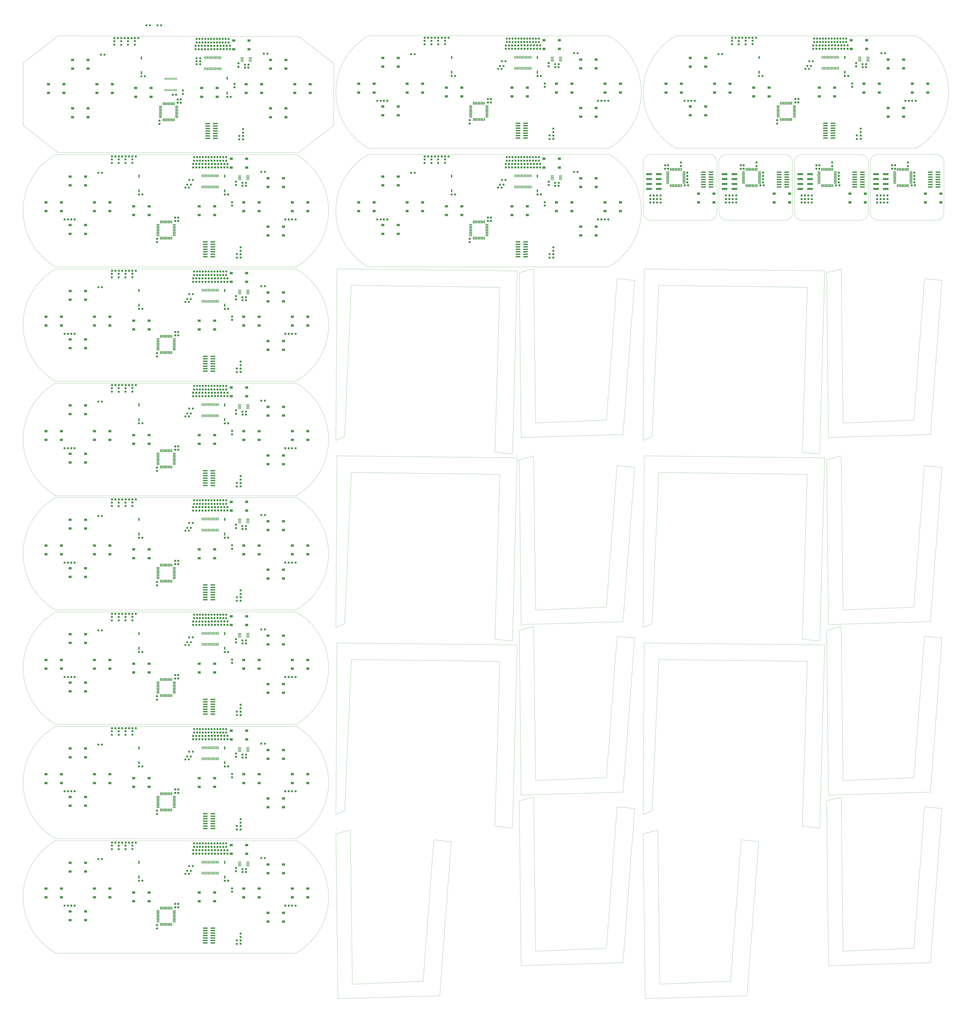
<source format=gbr>
%TF.GenerationSoftware,KiCad,Pcbnew,7.0.6-7.0.6~ubuntu20.04.1*%
%TF.CreationDate,2023-07-11T09:00:17+02:00*%
%TF.ProjectId,output_panel2023-07-11_065927.5376850000,6f757470-7574-45f7-9061-6e656c323032,rev?*%
%TF.SameCoordinates,Original*%
%TF.FileFunction,Paste,Top*%
%TF.FilePolarity,Positive*%
%FSLAX45Y45*%
G04 Gerber Fmt 4.5, Leading zero omitted, Abs format (unit mm)*
G04 Created by KiCad (PCBNEW 7.0.6-7.0.6~ubuntu20.04.1) date 2023-07-11 09:00:17*
%MOMM*%
%LPD*%
G01*
G04 APERTURE LIST*
G04 Aperture macros list*
%AMRoundRect*
0 Rectangle with rounded corners*
0 $1 Rounding radius*
0 $2 $3 $4 $5 $6 $7 $8 $9 X,Y pos of 4 corners*
0 Add a 4 corners polygon primitive as box body*
4,1,4,$2,$3,$4,$5,$6,$7,$8,$9,$2,$3,0*
0 Add four circle primitives for the rounded corners*
1,1,$1+$1,$2,$3*
1,1,$1+$1,$4,$5*
1,1,$1+$1,$6,$7*
1,1,$1+$1,$8,$9*
0 Add four rect primitives between the rounded corners*
20,1,$1+$1,$2,$3,$4,$5,0*
20,1,$1+$1,$4,$5,$6,$7,0*
20,1,$1+$1,$6,$7,$8,$9,0*
20,1,$1+$1,$8,$9,$2,$3,0*%
G04 Aperture macros list end*
%TA.AperFunction,Profile*%
%ADD10C,0.050000*%
%TD*%
%TA.AperFunction,Profile*%
%ADD11C,0.100000*%
%TD*%
%ADD12R,1.550000X1.300000*%
%ADD13RoundRect,0.237500X-0.250000X-0.237500X0.250000X-0.237500X0.250000X0.237500X-0.250000X0.237500X0*%
%ADD14RoundRect,0.237500X-0.237500X0.287500X-0.237500X-0.287500X0.237500X-0.287500X0.237500X0.287500X0*%
%ADD15RoundRect,0.237500X0.287500X0.237500X-0.287500X0.237500X-0.287500X-0.237500X0.287500X-0.237500X0*%
%ADD16RoundRect,0.237500X-0.237500X0.300000X-0.237500X-0.300000X0.237500X-0.300000X0.237500X0.300000X0*%
%ADD17R,2.400000X0.740000*%
%ADD18RoundRect,0.237500X0.237500X-0.250000X0.237500X0.250000X-0.237500X0.250000X-0.237500X-0.250000X0*%
%ADD19RoundRect,0.237500X0.250000X0.237500X-0.250000X0.237500X-0.250000X-0.237500X0.250000X-0.237500X0*%
%ADD20RoundRect,0.237500X-0.300000X-0.237500X0.300000X-0.237500X0.300000X0.237500X-0.300000X0.237500X0*%
%ADD21RoundRect,0.237500X0.237500X-0.300000X0.237500X0.300000X-0.237500X0.300000X-0.237500X-0.300000X0*%
%ADD22RoundRect,0.237500X-0.287500X-0.237500X0.287500X-0.237500X0.287500X0.237500X-0.287500X0.237500X0*%
%ADD23RoundRect,0.237500X-0.237500X0.250000X-0.237500X-0.250000X0.237500X-0.250000X0.237500X0.250000X0*%
%ADD24R,0.760000X1.600000*%
%ADD25RoundRect,0.100000X-0.712500X-0.100000X0.712500X-0.100000X0.712500X0.100000X-0.712500X0.100000X0*%
%ADD26RoundRect,0.100000X0.100000X-0.637500X0.100000X0.637500X-0.100000X0.637500X-0.100000X-0.637500X0*%
%ADD27RoundRect,0.237500X0.300000X0.237500X-0.300000X0.237500X-0.300000X-0.237500X0.300000X-0.237500X0*%
%ADD28RoundRect,0.125000X0.125000X-0.625000X0.125000X0.625000X-0.125000X0.625000X-0.125000X-0.625000X0*%
%ADD29RoundRect,0.125000X0.625000X-0.125000X0.625000X0.125000X-0.625000X0.125000X-0.625000X-0.125000X0*%
%ADD30R,0.400000X1.000000*%
%ADD31RoundRect,0.125000X0.625000X0.125000X-0.625000X0.125000X-0.625000X-0.125000X0.625000X-0.125000X0*%
%ADD32RoundRect,0.125000X0.125000X0.625000X-0.125000X0.625000X-0.125000X-0.625000X0.125000X-0.625000X0*%
%ADD33R,3.000000X1.000000*%
G04 APERTURE END LIST*
D10*
X32017643Y-40219379D02*
X32067643Y-31369379D01*
X14123822Y-17870000D02*
G75*
G03*
X14123822Y-12070000I-1674316J2900000D01*
G01*
X25619977Y-39514585D02*
X25719977Y-48014585D01*
X32817643Y-22569688D02*
X32467643Y-30369688D01*
X46517622Y-39814585D02*
X45967622Y-47114585D01*
D11*
X47517640Y-6570000D02*
G75*
G03*
X47117643Y-6170000I-400000J0D01*
G01*
X32017640Y-9170000D02*
G75*
G03*
X32417643Y-9570000I400000J0D01*
G01*
X47117643Y-9570003D02*
G75*
G03*
X47517643Y-9170000I-3J400003D01*
G01*
X17843821Y-5850000D02*
X30243821Y-5850000D01*
D10*
X42217622Y-12068311D02*
X41467622Y-12268311D01*
X30119977Y-38316294D02*
X26469977Y-38466294D01*
X47417622Y-12668311D02*
X46517622Y-12568311D01*
X22119996Y-41617385D02*
X21219996Y-41517385D01*
X25619977Y-12268311D02*
X25719977Y-20768311D01*
X14123822Y-23770000D02*
G75*
G03*
X14123822Y-17970000I-1674316J2900000D01*
G01*
X25719977Y-39216294D02*
X30969977Y-39066294D01*
X24619998Y-13019997D02*
X16969998Y-12919997D01*
X42317622Y-29668003D02*
X42217622Y-21718003D01*
D11*
X1723822Y-41470000D02*
X14123822Y-41470000D01*
X1850000Y-50000D02*
X14270000Y-90000D01*
D10*
X46517622Y-22218003D02*
X45967622Y-29518003D01*
X40467643Y-32319379D02*
X32817643Y-32219379D01*
D11*
X35917640Y-9170000D02*
G75*
G03*
X36317643Y-9570000I400000J0D01*
G01*
X43617640Y-6570000D02*
G75*
G03*
X43217643Y-6170000I-400000J0D01*
G01*
D10*
X25269998Y-21619997D02*
X24369998Y-21519997D01*
X21219996Y-41517385D02*
X20669996Y-48817385D01*
X26369977Y-21718003D02*
X25619977Y-21918003D01*
X16269995Y-49717385D02*
X21519996Y-49567385D01*
X20669996Y-48817385D02*
X17019996Y-48967385D01*
D11*
X47517643Y-6570000D02*
X47517643Y-9170000D01*
D10*
X41117643Y-31269688D02*
X40217643Y-31169688D01*
X1723822Y-23870000D02*
G75*
G03*
X1723822Y-29670000I1674316J-2900000D01*
G01*
D11*
X16050000Y-4670000D02*
X14250000Y-6070000D01*
D10*
X31569977Y-39914585D02*
X30669977Y-39814585D01*
X16619998Y-30369688D02*
X16169998Y-30569688D01*
D11*
X14270000Y-90000D02*
X16070000Y-1480000D01*
D10*
X30119977Y-47114585D02*
X26469977Y-47264585D01*
X41367643Y-12169997D02*
X41117643Y-21619997D01*
X40217643Y-21519997D02*
X40467643Y-13019997D01*
X40217643Y-40819379D02*
X40467643Y-32319379D01*
X30119977Y-29518003D02*
X26469977Y-29668003D01*
X32817643Y-32219379D02*
X32467643Y-40019379D01*
X46817622Y-30268003D02*
X47417622Y-22318003D01*
X32017643Y-20919997D02*
X32067643Y-12069997D01*
D11*
X1723822Y-35570000D02*
X14123822Y-35570000D01*
X35817640Y-6570000D02*
G75*
G03*
X35417643Y-6170000I-400000J0D01*
G01*
D10*
X16969998Y-32219379D02*
X16619998Y-40019379D01*
X25719977Y-48014585D02*
X30969977Y-47864585D01*
X31569977Y-31116294D02*
X30669977Y-31016294D01*
X30969977Y-30268003D02*
X31569977Y-22318003D01*
X24619998Y-22669688D02*
X16969998Y-22569688D01*
X26469977Y-29668003D02*
X26369977Y-21718003D01*
D11*
X32017643Y-9170000D02*
X32017643Y-6570000D01*
X1723822Y-23770000D02*
X14123822Y-23770000D01*
X44117643Y-6170003D02*
G75*
G03*
X43717643Y-6570000I-3J-399997D01*
G01*
X35417643Y-9570003D02*
G75*
G03*
X35817643Y-9170000I-3J400003D01*
G01*
X1723822Y-23870000D02*
X14123822Y-23870000D01*
D10*
X30669977Y-39814585D02*
X30119977Y-47114585D01*
X32467643Y-40019379D02*
X32017643Y-40219379D01*
X31569977Y-12668311D02*
X30669977Y-12568311D01*
X46817622Y-39066294D02*
X47417622Y-31116294D01*
D11*
X35917643Y-9170000D02*
X35917643Y-6570000D01*
D10*
X1723822Y-12070000D02*
G75*
G03*
X1723822Y-17870000I1674316J-2900000D01*
G01*
X25719977Y-30418003D02*
X30969977Y-30268003D01*
X17019996Y-48967385D02*
X16919996Y-41017385D01*
D11*
X40217643Y-6170003D02*
G75*
G03*
X39817643Y-6570000I-3J-399997D01*
G01*
D10*
X30243821Y-5850000D02*
G75*
G03*
X30243821Y-50000I-1674316J2900000D01*
G01*
X25619977Y-21918003D02*
X25719977Y-30418003D01*
D11*
X1723822Y-17870000D02*
X14123822Y-17870000D01*
D10*
X30669977Y-12568311D02*
X30119977Y-19868311D01*
X26369977Y-12068311D02*
X25619977Y-12268311D01*
X24369998Y-31169688D02*
X24619998Y-22669688D01*
D11*
X50000Y-1450000D02*
X1850000Y-50000D01*
D10*
X25519998Y-31469379D02*
X25269998Y-40919379D01*
X41467622Y-30716294D02*
X41567622Y-39216294D01*
D11*
X35817643Y-6570000D02*
X35817643Y-9170000D01*
D10*
X41567622Y-20768311D02*
X46817622Y-20618311D01*
X45967622Y-38316294D02*
X42317622Y-38466294D01*
X32117640Y-49717385D02*
X37367640Y-49567385D01*
D11*
X1723822Y-41570000D02*
X14123822Y-41570000D01*
D10*
X41117643Y-40919379D02*
X40217643Y-40819379D01*
X14123822Y-29670000D02*
G75*
G03*
X14123822Y-23870000I-1674316J2900000D01*
G01*
D11*
X50000Y-4670000D02*
X50000Y-1450000D01*
D10*
X46817622Y-20618311D02*
X47417622Y-12668311D01*
X16219998Y-12069997D02*
X25519998Y-12169997D01*
D11*
X39717643Y-6570000D02*
X39717643Y-9170000D01*
X39817643Y-9170000D02*
X39817643Y-6570000D01*
X1723822Y-29670000D02*
X14123822Y-29670000D01*
X43717643Y-9170000D02*
X43717643Y-6570000D01*
D10*
X42217622Y-30516294D02*
X41467622Y-30716294D01*
X46091466Y-5850000D02*
G75*
G03*
X46091466Y-50000I-1674316J2900000D01*
G01*
X30669977Y-22218003D02*
X30119977Y-29518003D01*
X32017640Y-41217385D02*
X32117640Y-49717385D01*
X1723822Y-35670000D02*
G75*
G03*
X1723822Y-41470000I1674316J-2900000D01*
G01*
X41367643Y-31469379D02*
X41117643Y-40919379D01*
X16969998Y-12919997D02*
X16619998Y-20719997D01*
X24369998Y-21519997D02*
X24619998Y-13019997D01*
D11*
X1723822Y-47370000D02*
X14123822Y-47370000D01*
X40217643Y-6170000D02*
X43217643Y-6170000D01*
D10*
X42217622Y-39314585D02*
X41467622Y-39514585D01*
X16619998Y-20719997D02*
X16169998Y-20919997D01*
D11*
X43217643Y-9570000D02*
X40217643Y-9570000D01*
D10*
X32017643Y-30569688D02*
X32067643Y-21719688D01*
X40467643Y-13019997D02*
X32817643Y-12919997D01*
D11*
X32417643Y-6170003D02*
G75*
G03*
X32017643Y-6570000I-3J-399997D01*
G01*
D10*
X36517640Y-48817385D02*
X32867640Y-48967385D01*
D11*
X39817640Y-9170000D02*
G75*
G03*
X40217643Y-9570000I400000J0D01*
G01*
D10*
X26469977Y-38466294D02*
X26369977Y-30516294D01*
X16219998Y-21719688D02*
X25519998Y-21819688D01*
D11*
X43217643Y-9570003D02*
G75*
G03*
X43617643Y-9170000I-3J400003D01*
G01*
D10*
X26369977Y-30516294D02*
X25619977Y-30716294D01*
X14123822Y-11970000D02*
G75*
G03*
X14123822Y-6170000I-1674316J2900000D01*
G01*
D11*
X39317643Y-9570000D02*
X36317643Y-9570000D01*
D10*
X25519998Y-21819688D02*
X25269998Y-31269688D01*
D11*
X1723822Y-17970000D02*
X14123822Y-17970000D01*
X47117643Y-9570000D02*
X44117643Y-9570000D01*
D10*
X37967640Y-41617385D02*
X37067640Y-41517385D01*
X41567622Y-39216294D02*
X46817622Y-39066294D01*
X16219998Y-31369379D02*
X25519998Y-31469379D01*
X30969977Y-47864585D02*
X31569977Y-39914585D01*
X40217643Y-31169688D02*
X40467643Y-22669688D01*
X21519996Y-49567385D02*
X22119996Y-41617385D01*
D11*
X43717640Y-9170000D02*
G75*
G03*
X44117643Y-9570000I400000J0D01*
G01*
D10*
X46517622Y-31016294D02*
X45967622Y-38316294D01*
X40467643Y-22669688D02*
X32817643Y-22569688D01*
D11*
X43617643Y-6570000D02*
X43617643Y-9170000D01*
D10*
X47417622Y-22318003D02*
X46517622Y-22218003D01*
X41567622Y-48014585D02*
X46817622Y-47864585D01*
D11*
X17843821Y-50000D02*
X30243821Y-50000D01*
D10*
X32867640Y-48967385D02*
X32767640Y-41017385D01*
X32067643Y-21719688D02*
X41367643Y-21819688D01*
D11*
X32417643Y-6170000D02*
X35417643Y-6170000D01*
D10*
X41467622Y-39514585D02*
X41567622Y-48014585D01*
X16969998Y-22569688D02*
X16619998Y-30369688D01*
D11*
X36317643Y-6170003D02*
G75*
G03*
X35917643Y-6570000I-3J-399997D01*
G01*
D10*
X26469977Y-47264585D02*
X26369977Y-39314585D01*
D11*
X44117643Y-6170000D02*
X47117643Y-6170000D01*
D10*
X37367640Y-49567385D02*
X37967640Y-41617385D01*
X41467622Y-21918003D02*
X41567622Y-30418003D01*
X42217622Y-21718003D02*
X41467622Y-21918003D01*
X30243821Y-11970000D02*
G75*
G03*
X30243821Y-6170000I-1674316J2900000D01*
G01*
X25719977Y-20768311D02*
X30969977Y-20618311D01*
X1723822Y-17970000D02*
G75*
G03*
X1723822Y-23770000I1674316J-2900000D01*
G01*
X24369998Y-40819379D02*
X24619998Y-32319379D01*
X17843822Y-6170000D02*
G75*
G03*
X17843821Y-11970000I1674316J-2900000D01*
G01*
X32467643Y-20719997D02*
X32017643Y-20919997D01*
X41117643Y-21619997D02*
X40217643Y-21519997D01*
D11*
X36317643Y-6170000D02*
X39317643Y-6170000D01*
D10*
X31569977Y-22318003D02*
X30669977Y-22218003D01*
X42317622Y-20018311D02*
X42217622Y-12068311D01*
X14123822Y-47370000D02*
G75*
G03*
X14123822Y-41570000I-1674316J2900000D01*
G01*
X32467643Y-30369688D02*
X32017643Y-30569688D01*
X30969977Y-20618311D02*
X31569977Y-12668311D01*
X17843821Y-50000D02*
G75*
G03*
X17843821Y-5850000I1674316J-2900000D01*
G01*
X30119977Y-19868311D02*
X26469977Y-20018311D01*
X16919996Y-41017385D02*
X16169995Y-41217385D01*
D11*
X39317643Y-9570003D02*
G75*
G03*
X39717643Y-9170000I-3J400003D01*
G01*
D10*
X25269998Y-40919379D02*
X24369998Y-40819379D01*
D11*
X1723822Y-35670000D02*
X14123822Y-35670000D01*
X17843821Y-11970000D02*
X30243821Y-11970000D01*
D10*
X42317622Y-47264585D02*
X42217622Y-39314585D01*
X1723822Y-29770000D02*
G75*
G03*
X1723822Y-35570000I1674316J-2900000D01*
G01*
D11*
X1723822Y-29770000D02*
X14123822Y-29770000D01*
X39717640Y-6570000D02*
G75*
G03*
X39317643Y-6170000I-400000J0D01*
G01*
D10*
X30669977Y-31016294D02*
X30119977Y-38316294D01*
X14123822Y-41470000D02*
G75*
G03*
X14123822Y-35670000I-1674316J2900000D01*
G01*
D11*
X1723822Y-6170000D02*
X14123822Y-6170000D01*
D10*
X25619977Y-30716294D02*
X25719977Y-39216294D01*
D11*
X33691466Y-50000D02*
X46091466Y-50000D01*
D10*
X32767640Y-41017385D02*
X32017640Y-41217385D01*
D11*
X1850000Y-6070000D02*
X50000Y-4670000D01*
D10*
X16169998Y-30569688D02*
X16219998Y-21719688D01*
X32817643Y-12919997D02*
X32467643Y-20719997D01*
X26369977Y-39314585D02*
X25619977Y-39514585D01*
D11*
X33691466Y-5850000D02*
X46091466Y-5850000D01*
D10*
X24619998Y-32319379D02*
X16969998Y-32219379D01*
X41467622Y-12268311D02*
X41567622Y-20768311D01*
X33691466Y-50000D02*
G75*
G03*
X33691466Y-5850000I1674316J-2900000D01*
G01*
X45967622Y-29518003D02*
X42317622Y-29668003D01*
D11*
X1723822Y-11970000D02*
X14123822Y-11970000D01*
X35417643Y-9570000D02*
X32417643Y-9570000D01*
D10*
X25519998Y-12169997D02*
X25269998Y-21619997D01*
X45967622Y-47114585D02*
X42317622Y-47264585D01*
X46517622Y-12568311D02*
X45967622Y-19868311D01*
D11*
X14250000Y-6070000D02*
X1850000Y-6070000D01*
D10*
X37067640Y-41517385D02*
X36517640Y-48817385D01*
X41367643Y-21819688D02*
X41117643Y-31269688D01*
X1723822Y-41570000D02*
G75*
G03*
X1723822Y-47370000I1674316J-2900000D01*
G01*
D11*
X16070000Y-1480000D02*
X16050000Y-4670000D01*
D10*
X14123822Y-35570000D02*
G75*
G03*
X14123822Y-29770000I-1674316J2900000D01*
G01*
D11*
X1723822Y-12070000D02*
X14123822Y-12070000D01*
D10*
X16169995Y-41217385D02*
X16269995Y-49717385D01*
X30969977Y-39066294D02*
X31569977Y-31116294D01*
D11*
X17843821Y-6170000D02*
X30243821Y-6170000D01*
D10*
X46817622Y-47864585D02*
X47417622Y-39914585D01*
X25269998Y-31269688D02*
X24369998Y-31169688D01*
X16169998Y-20919997D02*
X16219998Y-12069997D01*
X26469977Y-20018311D02*
X26369977Y-12068311D01*
X16619998Y-40019379D02*
X16169998Y-40219379D01*
X42317622Y-38466294D02*
X42217622Y-30516294D01*
X47417622Y-31116294D02*
X46517622Y-31016294D01*
X41567622Y-30418003D02*
X46817622Y-30268003D01*
X47417622Y-39914585D02*
X46517622Y-39814585D01*
X1723822Y-6170000D02*
G75*
G03*
X1723822Y-11970000I1674316J-2900000D01*
G01*
X45967622Y-19868311D02*
X42317622Y-20018311D01*
X32067643Y-31369379D02*
X41367643Y-31469379D01*
X16169998Y-40219379D02*
X16219998Y-31369379D01*
X32067643Y-12069997D02*
X41367643Y-12169997D01*
D12*
X13926322Y-44045000D03*
X14721322Y-44045000D03*
X13926322Y-44495000D03*
X14721322Y-44495000D03*
D13*
X3932572Y-7120000D03*
X4115072Y-7120000D03*
D14*
X26221321Y-542500D03*
X26221321Y-717500D03*
D15*
X32557018Y-8290000D03*
X32382018Y-8290000D03*
D12*
X2602500Y-3795000D03*
X3397500Y-3795000D03*
X2602500Y-4245000D03*
X3397500Y-4245000D03*
X10776322Y-41795000D03*
X11571322Y-41795000D03*
X10776322Y-42245000D03*
X11571322Y-42245000D03*
D16*
X10823322Y-32232000D03*
X10823322Y-32404500D03*
D13*
X8413572Y-13780000D03*
X8596072Y-13780000D03*
D17*
X25561321Y-4563000D03*
X25951321Y-4563000D03*
X25561321Y-4690000D03*
X25951321Y-4690000D03*
X25561321Y-4817000D03*
X25951321Y-4817000D03*
X25561321Y-4944000D03*
X25951321Y-4944000D03*
X25561321Y-5071000D03*
X25951321Y-5071000D03*
X25561321Y-5198000D03*
X25951321Y-5198000D03*
X25561321Y-5325000D03*
X25951321Y-5325000D03*
D12*
X34443966Y-3695000D03*
X35238966Y-3695000D03*
X34443966Y-4145000D03*
X35238966Y-4145000D03*
D18*
X41881466Y-372500D03*
X41881466Y-190000D03*
D16*
X11263822Y-34917500D03*
X11263822Y-35090000D03*
D19*
X40663716Y-1610000D03*
X40481216Y-1610000D03*
D20*
X26567071Y-2120000D03*
X26739571Y-2120000D03*
D14*
X8816322Y-18465000D03*
X8816322Y-18640000D03*
D19*
X2365870Y-9525000D03*
X2183370Y-9525000D03*
D21*
X33147643Y-6906250D03*
X33147643Y-6733750D03*
D16*
X11028822Y-37073750D03*
X11028822Y-37246250D03*
D14*
X41748966Y-542500D03*
X41748966Y-717500D03*
D20*
X10573250Y-3197000D03*
X10745750Y-3197000D03*
D16*
X11028822Y-7573750D03*
X11028822Y-7746250D03*
D13*
X36628268Y-8470000D03*
X36810768Y-8470000D03*
D19*
X2365870Y-27225000D03*
X2183370Y-27225000D03*
D18*
X10213822Y-41892500D03*
X10213822Y-41710000D03*
D13*
X12332572Y-24770000D03*
X12515072Y-24770000D03*
D22*
X11362322Y-43190000D03*
X11537322Y-43190000D03*
D17*
X47212643Y-7851000D03*
X46822643Y-7851000D03*
X47212643Y-7724000D03*
X46822643Y-7724000D03*
X47212643Y-7597000D03*
X46822643Y-7597000D03*
X47212643Y-7470000D03*
X46822643Y-7470000D03*
X47212643Y-7343000D03*
X46822643Y-7343000D03*
X47212643Y-7216000D03*
X46822643Y-7216000D03*
X47212643Y-7089000D03*
X46822643Y-7089000D03*
D12*
X3852500Y-2545000D03*
X4647500Y-2545000D03*
X3852500Y-2995000D03*
X4647500Y-2995000D03*
D13*
X11358572Y-31237600D03*
X11541072Y-31237600D03*
D18*
X10063822Y-24192500D03*
X10063822Y-24010000D03*
X10213822Y-12392500D03*
X10213822Y-12210000D03*
D23*
X4626322Y-30026250D03*
X4626322Y-30208750D03*
D13*
X36628268Y-8290000D03*
X36810768Y-8290000D03*
D12*
X12676322Y-25095000D03*
X13471322Y-25095000D03*
X12676322Y-25545000D03*
X13471322Y-25545000D03*
D17*
X9441322Y-40183000D03*
X9831322Y-40183000D03*
X9441322Y-40310000D03*
X9831322Y-40310000D03*
X9441322Y-40437000D03*
X9831322Y-40437000D03*
X9441322Y-40564000D03*
X9831322Y-40564000D03*
X9441322Y-40691000D03*
X9831322Y-40691000D03*
X9441322Y-40818000D03*
X9831322Y-40818000D03*
X9441322Y-40945000D03*
X9831322Y-40945000D03*
D23*
X11263822Y-34558750D03*
X11263822Y-34741250D03*
D12*
X18596321Y-1195000D03*
X19391321Y-1195000D03*
X18596321Y-1645000D03*
X19391321Y-1645000D03*
D18*
X33959643Y-6768250D03*
X33959643Y-6585750D03*
X10513822Y-35992500D03*
X10513822Y-35810000D03*
D12*
X12676322Y-13295000D03*
X13471322Y-13295000D03*
X12676322Y-13745000D03*
X13471322Y-13745000D03*
D24*
X6023822Y-25751000D03*
X6023822Y-24989000D03*
D14*
X9619822Y-36163750D03*
X9619822Y-36338750D03*
D25*
X11212572Y-7272500D03*
X11212572Y-7337500D03*
X11212572Y-7402500D03*
X11212572Y-7467500D03*
X11635072Y-7467500D03*
X11635072Y-7402500D03*
X11635072Y-7337500D03*
X11635072Y-7272500D03*
D12*
X34443966Y-1195000D03*
X35238966Y-1195000D03*
X34443966Y-1645000D03*
X35238966Y-1645000D03*
D22*
X4986322Y-35770000D03*
X5161322Y-35770000D03*
D15*
X40357018Y-8650000D03*
X40182018Y-8650000D03*
D16*
X27148821Y-7573750D03*
X27148821Y-7746250D03*
D12*
X3726322Y-8645000D03*
X4521322Y-8645000D03*
X3726322Y-9095000D03*
X4521322Y-9095000D03*
X27546321Y-2525000D03*
X28341321Y-2525000D03*
X27546321Y-2975000D03*
X28341321Y-2975000D03*
D18*
X25433821Y-372500D03*
X25433821Y-190000D03*
X9313822Y-41892500D03*
X9313822Y-41710000D03*
X10513822Y-30092500D03*
X10513822Y-29910000D03*
D19*
X8796072Y-7480000D03*
X8613572Y-7480000D03*
D23*
X5328822Y-35926250D03*
X5328822Y-36108750D03*
D12*
X35693966Y-2525000D03*
X36488966Y-2525000D03*
X35693966Y-2975000D03*
X36488966Y-2975000D03*
D13*
X36628268Y-8650000D03*
X36810768Y-8650000D03*
D18*
X10513822Y-6492500D03*
X10513822Y-6310000D03*
D16*
X10823322Y-44032000D03*
X10823322Y-44204500D03*
D14*
X26061321Y-6662500D03*
X26061321Y-6837500D03*
D22*
X4636322Y-29870000D03*
X4811322Y-29870000D03*
D12*
X12676322Y-27595000D03*
X13471322Y-27595000D03*
X12676322Y-28045000D03*
X13471322Y-28045000D03*
D20*
X10447072Y-37740000D03*
X10619572Y-37740000D03*
D12*
X11552500Y-2545000D03*
X12347500Y-2545000D03*
X11552500Y-2995000D03*
X12347500Y-2995000D03*
X9126322Y-26545000D03*
X9921322Y-26545000D03*
X9126322Y-26995000D03*
X9921322Y-26995000D03*
D20*
X38056643Y-7764000D03*
X38229143Y-7764000D03*
D14*
X9296322Y-30265000D03*
X9296322Y-30440000D03*
D12*
X14052500Y-2545000D03*
X14847500Y-2545000D03*
X14052500Y-2995000D03*
X14847500Y-2995000D03*
D14*
X9941322Y-18462500D03*
X9941322Y-18637500D03*
D25*
X11338750Y-1172500D03*
X11338750Y-1237500D03*
X11338750Y-1302500D03*
X11338750Y-1367500D03*
X11761250Y-1367500D03*
X11761250Y-1302500D03*
X11761250Y-1237500D03*
X11761250Y-1172500D03*
D12*
X25246321Y-8845000D03*
X26041321Y-8845000D03*
X25246321Y-9295000D03*
X26041321Y-9295000D03*
X37714966Y-2725000D03*
X38509966Y-2725000D03*
X37714966Y-3175000D03*
X38509966Y-3175000D03*
X28796321Y-9895000D03*
X29591321Y-9895000D03*
X28796321Y-10345000D03*
X29591321Y-10345000D03*
D24*
X6023822Y-43451000D03*
X6023822Y-42689000D03*
D22*
X5336322Y-41670000D03*
X5511322Y-41670000D03*
D12*
X12676322Y-19195000D03*
X13471322Y-19195000D03*
X12676322Y-19645000D03*
X13471322Y-19645000D03*
X2476322Y-7315000D03*
X3271322Y-7315000D03*
X2476322Y-7765000D03*
X3271322Y-7765000D03*
D17*
X9441322Y-16583000D03*
X9831322Y-16583000D03*
X9441322Y-16710000D03*
X9831322Y-16710000D03*
X9441322Y-16837000D03*
X9831322Y-16837000D03*
X9441322Y-16964000D03*
X9831322Y-16964000D03*
X9441322Y-17091000D03*
X9831322Y-17091000D03*
X9441322Y-17218000D03*
X9831322Y-17218000D03*
X9441322Y-17345000D03*
X9831322Y-17345000D03*
D12*
X2476322Y-21615000D03*
X3271322Y-21615000D03*
X2476322Y-22065000D03*
X3271322Y-22065000D03*
D23*
X11063822Y-23112500D03*
X11063822Y-23295000D03*
D12*
X3726322Y-38145000D03*
X4521322Y-38145000D03*
X3726322Y-38595000D03*
X4521322Y-38595000D03*
D22*
X37303966Y-150000D03*
X37478966Y-150000D03*
D16*
X10823322Y-38132000D03*
X10823322Y-38304500D03*
X11155000Y-1473750D03*
X11155000Y-1646250D03*
D22*
X4636322Y-12170000D03*
X4811322Y-12170000D03*
D12*
X19846321Y-2525000D03*
X20641321Y-2525000D03*
X19846321Y-2975000D03*
X20641321Y-2975000D03*
D13*
X8413572Y-37380000D03*
X8596072Y-37380000D03*
D18*
X10063822Y-18292500D03*
X10063822Y-18110000D03*
D12*
X12676322Y-42795000D03*
X13471322Y-42795000D03*
X12676322Y-43245000D03*
X13471322Y-43245000D03*
D13*
X13913775Y-27225000D03*
X14096275Y-27225000D03*
X32728268Y-8650000D03*
X32910768Y-8650000D03*
X32728268Y-8290000D03*
X32910768Y-8290000D03*
D12*
X10776322Y-24095000D03*
X11571322Y-24095000D03*
X10776322Y-24545000D03*
X11571322Y-24545000D03*
D18*
X10363822Y-18292500D03*
X10363822Y-18110000D03*
D12*
X28796321Y-3775000D03*
X29591321Y-3775000D03*
X28796321Y-4225000D03*
X29591321Y-4225000D03*
D26*
X9400900Y-1747650D03*
X9465900Y-1747650D03*
X9530900Y-1747650D03*
X9595900Y-1747650D03*
X9660900Y-1747650D03*
X9725900Y-1747650D03*
X9790900Y-1747650D03*
X9855900Y-1747650D03*
X9920900Y-1747650D03*
X9985900Y-1747650D03*
X10050900Y-1747650D03*
X10115900Y-1747650D03*
X10180900Y-1747650D03*
X10245900Y-1747650D03*
X10245900Y-1175150D03*
X10180900Y-1175150D03*
X10115900Y-1175150D03*
X10050900Y-1175150D03*
X9985900Y-1175150D03*
X9920900Y-1175150D03*
X9855900Y-1175150D03*
X9790900Y-1175150D03*
X9725900Y-1175150D03*
X9660900Y-1175150D03*
X9595900Y-1175150D03*
X9530900Y-1175150D03*
X9465900Y-1175150D03*
X9400900Y-1175150D03*
D14*
X10583822Y-30262500D03*
X10583822Y-30437500D03*
X9781322Y-30262500D03*
X9781322Y-30437500D03*
D20*
X45856643Y-7764000D03*
X46029143Y-7764000D03*
D12*
X2476322Y-42715000D03*
X3271322Y-42715000D03*
X2476322Y-43165000D03*
X3271322Y-43165000D03*
X3726322Y-44045000D03*
X4521322Y-44045000D03*
X3726322Y-44495000D03*
X4521322Y-44495000D03*
D18*
X9160822Y-35992500D03*
X9160822Y-35810000D03*
D19*
X24916071Y-1360000D03*
X24733571Y-1360000D03*
X40763716Y-1360000D03*
X40581216Y-1360000D03*
D14*
X9619822Y-42063750D03*
X9619822Y-42238750D03*
D12*
X12676322Y-7395000D03*
X13471322Y-7395000D03*
X12676322Y-7845000D03*
X13471322Y-7845000D03*
D13*
X6017572Y-31840000D03*
X6200072Y-31840000D03*
D14*
X26541321Y-542500D03*
X26541321Y-717500D03*
X9941322Y-12562500D03*
X9941322Y-12737500D03*
D22*
X21806321Y-150000D03*
X21981321Y-150000D03*
D13*
X3932572Y-18920000D03*
X4115072Y-18920000D03*
D18*
X40831466Y-372500D03*
X40831466Y-190000D03*
D13*
X3932572Y-13020000D03*
X4115072Y-13020000D03*
D24*
X22143821Y-8051000D03*
X22143821Y-7289000D03*
D22*
X5812500Y-170000D03*
X5987500Y-170000D03*
D13*
X8413572Y-7880000D03*
X8596072Y-7880000D03*
D27*
X13741275Y-44925000D03*
X13568775Y-44925000D03*
D18*
X9913822Y-18292500D03*
X9913822Y-18110000D03*
D27*
X13741275Y-9525000D03*
X13568775Y-9525000D03*
D14*
X8976222Y-18465000D03*
X8976222Y-18640000D03*
D16*
X10823322Y-26332000D03*
X10823322Y-26504500D03*
D18*
X9613822Y-12392500D03*
X9613822Y-12210000D03*
D14*
X9941322Y-6662500D03*
X9941322Y-6837500D03*
D18*
X9013822Y-41892500D03*
X9013822Y-41710000D03*
D19*
X8696072Y-37230000D03*
X8513572Y-37230000D03*
D12*
X5747322Y-14745000D03*
X6542322Y-14745000D03*
X5747322Y-15195000D03*
X6542322Y-15195000D03*
D16*
X24013821Y-9430950D03*
X24013821Y-9603450D03*
D12*
X12676322Y-15795000D03*
X13471322Y-15795000D03*
X12676322Y-16245000D03*
X13471322Y-16245000D03*
X2476322Y-15715000D03*
X3271322Y-15715000D03*
X2476322Y-16165000D03*
X3271322Y-16165000D03*
D16*
X8172400Y-3330950D03*
X8172400Y-3503450D03*
D19*
X24816071Y-7730000D03*
X24633571Y-7730000D03*
D26*
X25394721Y-1727650D03*
X25459721Y-1727650D03*
X25524721Y-1727650D03*
X25589721Y-1727650D03*
X25654721Y-1727650D03*
X25719721Y-1727650D03*
X25784721Y-1727650D03*
X25849721Y-1727650D03*
X25914721Y-1727650D03*
X25979721Y-1727650D03*
X26044721Y-1727650D03*
X26109721Y-1727650D03*
X26174721Y-1727650D03*
X26239721Y-1727650D03*
X26239721Y-1155150D03*
X26174721Y-1155150D03*
X26109721Y-1155150D03*
X26044721Y-1155150D03*
X25979721Y-1155150D03*
X25914721Y-1155150D03*
X25849721Y-1155150D03*
X25784721Y-1155150D03*
X25719721Y-1155150D03*
X25654721Y-1155150D03*
X25589721Y-1155150D03*
X25524721Y-1155150D03*
X25459721Y-1155150D03*
X25394721Y-1155150D03*
D18*
X9463822Y-18292500D03*
X9463822Y-18110000D03*
D14*
X10261322Y-42062500D03*
X10261322Y-42237500D03*
D23*
X5683822Y-6421250D03*
X5683822Y-6603750D03*
D14*
X9456322Y-36165000D03*
X9456322Y-36340000D03*
D16*
X10823322Y-8632000D03*
X10823322Y-8804500D03*
D21*
X42093643Y-7281250D03*
X42093643Y-7108750D03*
D16*
X40013866Y-3310950D03*
X40013866Y-3483450D03*
D12*
X2476322Y-39315000D03*
X3271322Y-39315000D03*
X2476322Y-39765000D03*
X3271322Y-39765000D03*
D14*
X10261322Y-12562500D03*
X10261322Y-12737500D03*
D21*
X45993643Y-7611500D03*
X45993643Y-7439000D03*
D27*
X13741275Y-15425000D03*
X13568775Y-15425000D03*
D16*
X11028822Y-25273750D03*
X11028822Y-25446250D03*
D14*
X25739821Y-543750D03*
X25739821Y-718750D03*
D19*
X8796072Y-42880000D03*
X8613572Y-42880000D03*
D23*
X4976322Y-41828750D03*
X4976322Y-42011250D03*
D28*
X39111466Y-4367500D03*
X39191466Y-4367500D03*
X39271466Y-4367500D03*
X39351466Y-4367500D03*
X39431466Y-4367500D03*
X39511466Y-4367500D03*
X39591466Y-4367500D03*
X39671466Y-4367500D03*
D29*
X39808966Y-4230000D03*
X39808966Y-4150000D03*
X39808966Y-4070000D03*
X39808966Y-3990000D03*
X39808966Y-3910000D03*
X39808966Y-3830000D03*
X39808966Y-3750000D03*
X39808966Y-3670000D03*
D28*
X39671466Y-3532500D03*
X39591466Y-3532500D03*
X39511466Y-3532500D03*
X39431466Y-3532500D03*
X39351466Y-3532500D03*
X39271466Y-3532500D03*
X39191466Y-3532500D03*
X39111466Y-3532500D03*
D29*
X38973966Y-3670000D03*
X38973966Y-3750000D03*
X38973966Y-3830000D03*
X38973966Y-3910000D03*
X38973966Y-3990000D03*
X38973966Y-4070000D03*
X38973966Y-4150000D03*
X38973966Y-4230000D03*
D17*
X9441322Y-10683000D03*
X9831322Y-10683000D03*
X9441322Y-10810000D03*
X9831322Y-10810000D03*
X9441322Y-10937000D03*
X9831322Y-10937000D03*
X9441322Y-11064000D03*
X9831322Y-11064000D03*
X9441322Y-11191000D03*
X9831322Y-11191000D03*
X9441322Y-11318000D03*
X9831322Y-11318000D03*
X9441322Y-11445000D03*
X9831322Y-11445000D03*
D14*
X9941322Y-30262500D03*
X9941322Y-30437500D03*
D22*
X5686322Y-18070000D03*
X5861322Y-18070000D03*
D20*
X10447072Y-31840000D03*
X10619572Y-31840000D03*
D12*
X9126322Y-38345000D03*
X9921322Y-38345000D03*
X9126322Y-38795000D03*
X9921322Y-38795000D03*
D25*
X11212572Y-13172500D03*
X11212572Y-13237500D03*
X11212572Y-13302500D03*
X11212572Y-13367500D03*
X11635072Y-13367500D03*
X11635072Y-13302500D03*
X11635072Y-13237500D03*
X11635072Y-13172500D03*
D16*
X11390000Y-5217500D03*
X11390000Y-5390000D03*
D22*
X4986322Y-12170000D03*
X5161322Y-12170000D03*
D17*
X39412643Y-7851000D03*
X39022643Y-7851000D03*
X39412643Y-7724000D03*
X39022643Y-7724000D03*
X39412643Y-7597000D03*
X39022643Y-7597000D03*
X39412643Y-7470000D03*
X39022643Y-7470000D03*
X39412643Y-7343000D03*
X39022643Y-7343000D03*
X39412643Y-7216000D03*
X39022643Y-7216000D03*
X39412643Y-7089000D03*
X39022643Y-7089000D03*
D12*
X12676322Y-9895000D03*
X13471322Y-9895000D03*
X12676322Y-10345000D03*
X13471322Y-10345000D03*
D13*
X6017572Y-14140000D03*
X6200072Y-14140000D03*
D14*
X9582500Y-565000D03*
X9582500Y-740000D03*
X9136322Y-24365000D03*
X9136322Y-24540000D03*
X9456322Y-12565000D03*
X9456322Y-12740000D03*
D18*
X41431466Y-372500D03*
X41431466Y-190000D03*
X26033821Y-6492500D03*
X26033821Y-6310000D03*
X9160822Y-12392500D03*
X9160822Y-12210000D03*
D26*
X41242366Y-1727650D03*
X41307366Y-1727650D03*
X41372366Y-1727650D03*
X41437366Y-1727650D03*
X41502366Y-1727650D03*
X41567366Y-1727650D03*
X41632366Y-1727650D03*
X41697366Y-1727650D03*
X41762366Y-1727650D03*
X41827366Y-1727650D03*
X41892366Y-1727650D03*
X41957366Y-1727650D03*
X42022366Y-1727650D03*
X42087366Y-1727650D03*
X42087366Y-1155150D03*
X42022366Y-1155150D03*
X41957366Y-1155150D03*
X41892366Y-1155150D03*
X41827366Y-1155150D03*
X41762366Y-1155150D03*
X41697366Y-1155150D03*
X41632366Y-1155150D03*
X41567366Y-1155150D03*
X41502366Y-1155150D03*
X41437366Y-1155150D03*
X41372366Y-1155150D03*
X41307366Y-1155150D03*
X41242366Y-1155150D03*
D17*
X9441322Y-46083000D03*
X9831322Y-46083000D03*
X9441322Y-46210000D03*
X9831322Y-46210000D03*
X9441322Y-46337000D03*
X9831322Y-46337000D03*
X9441322Y-46464000D03*
X9831322Y-46464000D03*
X9441322Y-46591000D03*
X9831322Y-46591000D03*
X9441322Y-46718000D03*
X9831322Y-46718000D03*
X9441322Y-46845000D03*
X9831322Y-46845000D03*
D14*
X10583822Y-42062500D03*
X10583822Y-42237500D03*
D28*
X7143822Y-45887500D03*
X7223822Y-45887500D03*
X7303822Y-45887500D03*
X7383822Y-45887500D03*
X7463822Y-45887500D03*
X7543822Y-45887500D03*
X7623822Y-45887500D03*
X7703822Y-45887500D03*
D29*
X7841322Y-45750000D03*
X7841322Y-45670000D03*
X7841322Y-45590000D03*
X7841322Y-45510000D03*
X7841322Y-45430000D03*
X7841322Y-45350000D03*
X7841322Y-45270000D03*
X7841322Y-45190000D03*
D28*
X7703822Y-45052500D03*
X7623822Y-45052500D03*
X7543822Y-45052500D03*
X7463822Y-45052500D03*
X7383822Y-45052500D03*
X7303822Y-45052500D03*
X7223822Y-45052500D03*
X7143822Y-45052500D03*
D29*
X7006322Y-45190000D03*
X7006322Y-45270000D03*
X7006322Y-45350000D03*
X7006322Y-45430000D03*
X7006322Y-45510000D03*
X7006322Y-45590000D03*
X7006322Y-45670000D03*
X7006322Y-45750000D03*
D28*
X7143822Y-28187500D03*
X7223822Y-28187500D03*
X7303822Y-28187500D03*
X7383822Y-28187500D03*
X7463822Y-28187500D03*
X7543822Y-28187500D03*
X7623822Y-28187500D03*
X7703822Y-28187500D03*
D29*
X7841322Y-28050000D03*
X7841322Y-27970000D03*
X7841322Y-27890000D03*
X7841322Y-27810000D03*
X7841322Y-27730000D03*
X7841322Y-27650000D03*
X7841322Y-27570000D03*
X7841322Y-27490000D03*
D28*
X7703822Y-27352500D03*
X7623822Y-27352500D03*
X7543822Y-27352500D03*
X7463822Y-27352500D03*
X7383822Y-27352500D03*
X7303822Y-27352500D03*
X7223822Y-27352500D03*
X7143822Y-27352500D03*
D29*
X7006322Y-27490000D03*
X7006322Y-27570000D03*
X7006322Y-27650000D03*
X7006322Y-27730000D03*
X7006322Y-27810000D03*
X7006322Y-27890000D03*
X7006322Y-27970000D03*
X7006322Y-28050000D03*
D19*
X18485869Y-3405000D03*
X18303369Y-3405000D03*
D13*
X27478571Y-7637600D03*
X27661071Y-7637600D03*
D16*
X11263822Y-40817500D03*
X11263822Y-40990000D03*
D19*
X2365870Y-21325000D03*
X2183370Y-21325000D03*
D18*
X9013822Y-18292500D03*
X9013822Y-18110000D03*
D23*
X21803821Y-6421250D03*
X21803821Y-6603750D03*
D16*
X6954022Y-28223150D03*
X6954022Y-28395650D03*
D22*
X4636322Y-35770000D03*
X4811322Y-35770000D03*
D18*
X9613822Y-41892500D03*
X9613822Y-41710000D03*
D12*
X11426322Y-8645000D03*
X12221322Y-8645000D03*
X11426322Y-9095000D03*
X12221322Y-9095000D03*
X21867321Y-8845000D03*
X22662321Y-8845000D03*
X21867321Y-9295000D03*
X22662321Y-9295000D03*
D22*
X4986322Y-18070000D03*
X5161322Y-18070000D03*
D14*
X10261322Y-36162500D03*
X10261322Y-36337500D03*
D22*
X21456321Y-6270000D03*
X21631321Y-6270000D03*
D19*
X9178050Y-1359800D03*
X8995550Y-1359800D03*
D22*
X5336322Y-12170000D03*
X5511322Y-12170000D03*
D18*
X25883821Y-6492500D03*
X25883821Y-6310000D03*
D25*
X11212572Y-24972500D03*
X11212572Y-25037500D03*
X11212572Y-25102500D03*
X11212572Y-25167500D03*
X11635072Y-25167500D03*
X11635072Y-25102500D03*
X11635072Y-25037500D03*
X11635072Y-24972500D03*
D12*
X44643966Y-3775000D03*
X45438966Y-3775000D03*
X44643966Y-4225000D03*
X45438966Y-4225000D03*
D15*
X32557018Y-8650000D03*
X32382018Y-8650000D03*
D14*
X26221321Y-6662500D03*
X26221321Y-6837500D03*
D18*
X10213822Y-6492500D03*
X10213822Y-6310000D03*
D22*
X4636322Y-23970000D03*
X4811322Y-23970000D03*
D13*
X45881418Y-3405000D03*
X46063918Y-3405000D03*
D25*
X11212572Y-36772500D03*
X11212572Y-36837500D03*
X11212572Y-36902500D03*
X11212572Y-36967500D03*
X11635072Y-36967500D03*
X11635072Y-36902500D03*
X11635072Y-36837500D03*
X11635072Y-36772500D03*
D14*
X9296322Y-24365000D03*
X9296322Y-24540000D03*
D23*
X37296466Y-306250D03*
X37296466Y-488750D03*
D20*
X10447072Y-20040000D03*
X10619572Y-20040000D03*
D18*
X42331466Y-372500D03*
X42331466Y-190000D03*
D13*
X13913775Y-33125000D03*
X14096275Y-33125000D03*
D14*
X8942500Y-565000D03*
X8942500Y-740000D03*
D16*
X11028822Y-42973750D03*
X11028822Y-43146250D03*
D21*
X42093643Y-7611500D03*
X42093643Y-7439000D03*
D22*
X4636322Y-41670000D03*
X4811322Y-41670000D03*
D20*
X2528370Y-9525000D03*
X2700870Y-9525000D03*
D22*
X11362322Y-13690000D03*
X11537322Y-13690000D03*
D13*
X11358572Y-25337600D03*
X11541072Y-25337600D03*
D24*
X10440822Y-43451000D03*
X10440822Y-42689000D03*
D14*
X25576321Y-6665000D03*
X25576321Y-6840000D03*
D23*
X43231466Y-4838750D03*
X43231466Y-5021250D03*
D12*
X41093966Y-2725000D03*
X41888966Y-2725000D03*
X41093966Y-3175000D03*
X41888966Y-3175000D03*
D22*
X11488500Y-1690000D03*
X11663500Y-1690000D03*
D16*
X7893822Y-9430950D03*
X7893822Y-9603450D03*
D13*
X24533571Y-7880000D03*
X24716071Y-7880000D03*
D23*
X4976322Y-35928750D03*
X4976322Y-36111250D03*
D30*
X7365000Y-2850000D03*
X7430000Y-2850000D03*
X7495000Y-2850000D03*
X7560000Y-2850000D03*
X7625000Y-2850000D03*
X7690000Y-2850000D03*
X7755000Y-2850000D03*
X7820000Y-2850000D03*
X7885000Y-2850000D03*
X7950000Y-2850000D03*
X7950000Y-2270000D03*
X7885000Y-2270000D03*
X7820000Y-2270000D03*
X7755000Y-2270000D03*
X7690000Y-2270000D03*
X7625000Y-2270000D03*
X7560000Y-2270000D03*
X7495000Y-2270000D03*
X7430000Y-2270000D03*
X7365000Y-2270000D03*
D14*
X40783966Y-545000D03*
X40783966Y-720000D03*
D17*
X9441322Y-34283000D03*
X9831322Y-34283000D03*
X9441322Y-34410000D03*
X9831322Y-34410000D03*
X9441322Y-34537000D03*
X9831322Y-34537000D03*
X9441322Y-34664000D03*
X9831322Y-34664000D03*
X9441322Y-34791000D03*
X9831322Y-34791000D03*
X9441322Y-34918000D03*
X9831322Y-34918000D03*
X9441322Y-35045000D03*
X9831322Y-35045000D03*
D21*
X37197643Y-6906250D03*
X37197643Y-6733750D03*
D16*
X10949500Y-2532000D03*
X10949500Y-2704500D03*
D14*
X8976222Y-24365000D03*
X8976222Y-24540000D03*
X9102500Y-565000D03*
X9102500Y-740000D03*
D28*
X7143822Y-16387500D03*
X7223822Y-16387500D03*
X7303822Y-16387500D03*
X7383822Y-16387500D03*
X7463822Y-16387500D03*
X7543822Y-16387500D03*
X7623822Y-16387500D03*
X7703822Y-16387500D03*
D29*
X7841322Y-16250000D03*
X7841322Y-16170000D03*
X7841322Y-16090000D03*
X7841322Y-16010000D03*
X7841322Y-15930000D03*
X7841322Y-15850000D03*
X7841322Y-15770000D03*
X7841322Y-15690000D03*
D28*
X7703822Y-15552500D03*
X7623822Y-15552500D03*
X7543822Y-15552500D03*
X7463822Y-15552500D03*
X7383822Y-15552500D03*
X7303822Y-15552500D03*
X7223822Y-15552500D03*
X7143822Y-15552500D03*
D29*
X7006322Y-15690000D03*
X7006322Y-15770000D03*
X7006322Y-15850000D03*
X7006322Y-15930000D03*
X7006322Y-16010000D03*
X7006322Y-16090000D03*
X7006322Y-16170000D03*
X7006322Y-16250000D03*
D23*
X5328822Y-24126250D03*
X5328822Y-24308750D03*
D12*
X27546321Y-8645000D03*
X28341321Y-8645000D03*
X27546321Y-9095000D03*
X28341321Y-9095000D03*
D23*
X21803821Y-301250D03*
X21803821Y-483750D03*
D25*
X27332571Y-1152500D03*
X27332571Y-1217500D03*
X27332571Y-1282500D03*
X27332571Y-1347500D03*
X27755071Y-1347500D03*
X27755071Y-1282500D03*
X27755071Y-1217500D03*
X27755071Y-1152500D03*
D16*
X42790966Y-2512000D03*
X42790966Y-2684500D03*
D18*
X10513822Y-41892500D03*
X10513822Y-41710000D03*
D12*
X10776322Y-35895000D03*
X11571322Y-35895000D03*
X10776322Y-36345000D03*
X11571322Y-36345000D03*
D18*
X9140000Y-392500D03*
X9140000Y-210000D03*
D21*
X34293643Y-7611500D03*
X34293643Y-7439000D03*
D16*
X7893822Y-44830950D03*
X7893822Y-45003450D03*
D12*
X39565143Y-8645000D03*
X38770143Y-8645000D03*
X39565143Y-8195000D03*
X38770143Y-8195000D03*
D18*
X9763822Y-30092500D03*
X9763822Y-29910000D03*
D23*
X27183821Y-5192500D03*
X27183821Y-5375000D03*
X4626322Y-6426250D03*
X4626322Y-6608750D03*
D12*
X11426322Y-44045000D03*
X12221322Y-44045000D03*
X11426322Y-44495000D03*
X12221322Y-44495000D03*
D13*
X3932572Y-24820000D03*
X4115072Y-24820000D03*
D18*
X26333821Y-6492500D03*
X26333821Y-6310000D03*
X9763822Y-41892500D03*
X9763822Y-41710000D03*
D12*
X9126322Y-32445000D03*
X9921322Y-32445000D03*
X9126322Y-32895000D03*
X9921322Y-32895000D03*
D13*
X12332572Y-42470000D03*
X12515072Y-42470000D03*
X13913775Y-21325000D03*
X14096275Y-21325000D03*
D23*
X11263822Y-16858750D03*
X11263822Y-17041250D03*
D31*
X34120143Y-7640000D03*
X34120143Y-7560000D03*
X34120143Y-7480000D03*
X34120143Y-7400000D03*
X34120143Y-7320000D03*
X34120143Y-7240000D03*
X34120143Y-7160000D03*
X34120143Y-7080000D03*
D32*
X33982643Y-6942500D03*
X33902643Y-6942500D03*
X33822643Y-6942500D03*
X33742643Y-6942500D03*
X33662643Y-6942500D03*
X33582643Y-6942500D03*
X33502643Y-6942500D03*
X33422643Y-6942500D03*
D31*
X33285143Y-7080000D03*
X33285143Y-7160000D03*
X33285143Y-7240000D03*
X33285143Y-7320000D03*
X33285143Y-7400000D03*
X33285143Y-7480000D03*
X33285143Y-7560000D03*
X33285143Y-7640000D03*
D32*
X33422643Y-7777500D03*
X33502643Y-7777500D03*
X33582643Y-7777500D03*
X33662643Y-7777500D03*
X33742643Y-7777500D03*
X33822643Y-7777500D03*
X33902643Y-7777500D03*
X33982643Y-7777500D03*
D28*
X23263821Y-4367500D03*
X23343821Y-4367500D03*
X23423821Y-4367500D03*
X23503821Y-4367500D03*
X23583821Y-4367500D03*
X23663821Y-4367500D03*
X23743821Y-4367500D03*
X23823821Y-4367500D03*
D29*
X23961321Y-4230000D03*
X23961321Y-4150000D03*
X23961321Y-4070000D03*
X23961321Y-3990000D03*
X23961321Y-3910000D03*
X23961321Y-3830000D03*
X23961321Y-3750000D03*
X23961321Y-3670000D03*
D28*
X23823821Y-3532500D03*
X23743821Y-3532500D03*
X23663821Y-3532500D03*
X23583821Y-3532500D03*
X23503821Y-3532500D03*
X23423821Y-3532500D03*
X23343821Y-3532500D03*
X23263821Y-3532500D03*
D29*
X23126321Y-3670000D03*
X23126321Y-3750000D03*
X23126321Y-3830000D03*
X23126321Y-3910000D03*
X23126321Y-3990000D03*
X23126321Y-4070000D03*
X23126321Y-4150000D03*
X23126321Y-4230000D03*
D21*
X45993643Y-7281250D03*
X45993643Y-7108750D03*
D25*
X11212572Y-42672500D03*
X11212572Y-42737500D03*
X11212572Y-42802500D03*
X11212572Y-42867500D03*
X11635072Y-42867500D03*
X11635072Y-42802500D03*
X11635072Y-42737500D03*
X11635072Y-42672500D03*
D18*
X9313822Y-12392500D03*
X9313822Y-12210000D03*
D22*
X27482321Y-7790000D03*
X27657321Y-7790000D03*
D33*
X32315643Y-7951000D03*
X32819643Y-7951000D03*
X32315643Y-7697000D03*
X32819643Y-7697000D03*
X32315643Y-7443000D03*
X32819643Y-7443000D03*
X32315643Y-7189000D03*
X32819643Y-7189000D03*
D24*
X22143821Y-1931000D03*
X22143821Y-1169000D03*
D22*
X11362322Y-19590000D03*
X11537322Y-19590000D03*
D21*
X37047643Y-6906250D03*
X37047643Y-6733750D03*
D19*
X8696072Y-43130000D03*
X8513572Y-43130000D03*
D18*
X25133821Y-6492500D03*
X25133821Y-6310000D03*
X26483821Y-6492500D03*
X26483821Y-6310000D03*
D20*
X2528370Y-27225000D03*
X2700870Y-27225000D03*
D18*
X9013822Y-6492500D03*
X9013822Y-6310000D03*
D13*
X44428268Y-8290000D03*
X44610768Y-8290000D03*
D23*
X21096321Y-6428750D03*
X21096321Y-6611250D03*
X4976322Y-6428750D03*
X4976322Y-6611250D03*
X4976322Y-18228750D03*
X4976322Y-18411250D03*
D26*
X9274722Y-13747650D03*
X9339722Y-13747650D03*
X9404722Y-13747650D03*
X9469722Y-13747650D03*
X9534722Y-13747650D03*
X9599722Y-13747650D03*
X9664722Y-13747650D03*
X9729722Y-13747650D03*
X9794722Y-13747650D03*
X9859722Y-13747650D03*
X9924722Y-13747650D03*
X9989722Y-13747650D03*
X10054722Y-13747650D03*
X10119722Y-13747650D03*
X10119722Y-13175150D03*
X10054722Y-13175150D03*
X9989722Y-13175150D03*
X9924722Y-13175150D03*
X9859722Y-13175150D03*
X9794722Y-13175150D03*
X9729722Y-13175150D03*
X9664722Y-13175150D03*
X9599722Y-13175150D03*
X9534722Y-13175150D03*
X9469722Y-13175150D03*
X9404722Y-13175150D03*
X9339722Y-13175150D03*
X9274722Y-13175150D03*
D15*
X44257018Y-8650000D03*
X44082018Y-8650000D03*
D12*
X10776322Y-18195000D03*
X11571322Y-18195000D03*
X10776322Y-18645000D03*
X11571322Y-18645000D03*
D14*
X8816322Y-12565000D03*
X8816322Y-12740000D03*
D23*
X37651466Y-301250D03*
X37651466Y-483750D03*
D12*
X11426322Y-26345000D03*
X12221322Y-26345000D03*
X11426322Y-26795000D03*
X12221322Y-26795000D03*
D23*
X27383821Y-4838750D03*
X27383821Y-5021250D03*
D13*
X3932572Y-42520000D03*
X4115072Y-42520000D03*
D14*
X9781322Y-36162500D03*
X9781322Y-36337500D03*
X9136322Y-42065000D03*
X9136322Y-42240000D03*
D22*
X11362322Y-37290000D03*
X11537322Y-37290000D03*
D14*
X9456322Y-18465000D03*
X9456322Y-18640000D03*
D20*
X42414716Y-2120000D03*
X42587216Y-2120000D03*
D14*
X25256321Y-545000D03*
X25256321Y-720000D03*
D12*
X5747322Y-32445000D03*
X6542322Y-32445000D03*
X5747322Y-32895000D03*
X6542322Y-32895000D03*
D14*
X42228966Y-542500D03*
X42228966Y-717500D03*
D28*
X7143822Y-22287500D03*
X7223822Y-22287500D03*
X7303822Y-22287500D03*
X7383822Y-22287500D03*
X7463822Y-22287500D03*
X7543822Y-22287500D03*
X7623822Y-22287500D03*
X7703822Y-22287500D03*
D29*
X7841322Y-22150000D03*
X7841322Y-22070000D03*
X7841322Y-21990000D03*
X7841322Y-21910000D03*
X7841322Y-21830000D03*
X7841322Y-21750000D03*
X7841322Y-21670000D03*
X7841322Y-21590000D03*
D28*
X7703822Y-21452500D03*
X7623822Y-21452500D03*
X7543822Y-21452500D03*
X7463822Y-21452500D03*
X7383822Y-21452500D03*
X7303822Y-21452500D03*
X7223822Y-21452500D03*
X7143822Y-21452500D03*
D29*
X7006322Y-21590000D03*
X7006322Y-21670000D03*
X7006322Y-21750000D03*
X7006322Y-21830000D03*
X7006322Y-21910000D03*
X7006322Y-21990000D03*
X7006322Y-22070000D03*
X7006322Y-22150000D03*
D14*
X25416321Y-545000D03*
X25416321Y-720000D03*
D13*
X20052571Y-1000000D03*
X20235071Y-1000000D03*
D23*
X5683822Y-30021250D03*
X5683822Y-30203750D03*
D12*
X13926322Y-20445000D03*
X14721322Y-20445000D03*
X13926322Y-20895000D03*
X14721322Y-20895000D03*
D16*
X11263822Y-46717500D03*
X11263822Y-46890000D03*
X27383821Y-5197500D03*
X27383821Y-5370000D03*
D18*
X25433821Y-6492500D03*
X25433821Y-6310000D03*
D24*
X10440822Y-25751000D03*
X10440822Y-24989000D03*
D12*
X28796321Y-1275000D03*
X29591321Y-1275000D03*
X28796321Y-1725000D03*
X29591321Y-1725000D03*
X13926322Y-8645000D03*
X14721322Y-8645000D03*
X13926322Y-9095000D03*
X14721322Y-9095000D03*
D14*
X9941322Y-24362500D03*
X9941322Y-24537500D03*
D12*
X2476322Y-9815000D03*
X3271322Y-9815000D03*
X2476322Y-10265000D03*
X3271322Y-10265000D03*
D14*
X10710000Y-562500D03*
X10710000Y-737500D03*
D13*
X12332572Y-30670000D03*
X12515072Y-30670000D03*
D12*
X28796321Y-7395000D03*
X29591321Y-7395000D03*
X28796321Y-7845000D03*
X29591321Y-7845000D03*
D23*
X4626322Y-12326250D03*
X4626322Y-12508750D03*
D18*
X45659643Y-6768250D03*
X45659643Y-6585750D03*
D23*
X21096321Y-308750D03*
X21096321Y-491250D03*
D16*
X23074021Y-4403150D03*
X23074021Y-4575650D03*
D19*
X8696072Y-31330000D03*
X8513572Y-31330000D03*
D12*
X2476322Y-36815000D03*
X3271322Y-36815000D03*
X2476322Y-37265000D03*
X3271322Y-37265000D03*
D13*
X12332572Y-18870000D03*
X12515072Y-18870000D03*
D24*
X6023822Y-19851000D03*
X6023822Y-19089000D03*
D18*
X9763822Y-18292500D03*
X9763822Y-18110000D03*
D23*
X5328822Y-18226250D03*
X5328822Y-18408750D03*
D14*
X9941322Y-42062500D03*
X9941322Y-42237500D03*
D13*
X43326216Y-1517600D03*
X43508716Y-1517600D03*
D26*
X25394721Y-7847650D03*
X25459721Y-7847650D03*
X25524721Y-7847650D03*
X25589721Y-7847650D03*
X25654721Y-7847650D03*
X25719721Y-7847650D03*
X25784721Y-7847650D03*
X25849721Y-7847650D03*
X25914721Y-7847650D03*
X25979721Y-7847650D03*
X26044721Y-7847650D03*
X26109721Y-7847650D03*
X26174721Y-7847650D03*
X26239721Y-7847650D03*
X26239721Y-7275150D03*
X26174721Y-7275150D03*
X26109721Y-7275150D03*
X26044721Y-7275150D03*
X25979721Y-7275150D03*
X25914721Y-7275150D03*
X25849721Y-7275150D03*
X25784721Y-7275150D03*
X25719721Y-7275150D03*
X25654721Y-7275150D03*
X25589721Y-7275150D03*
X25524721Y-7275150D03*
X25459721Y-7275150D03*
X25394721Y-7275150D03*
D18*
X8990000Y-392500D03*
X8990000Y-210000D03*
D14*
X26381321Y-6662500D03*
X26381321Y-6837500D03*
D18*
X9160822Y-6492500D03*
X9160822Y-6310000D03*
X8863822Y-30092500D03*
X8863822Y-29910000D03*
D12*
X11426322Y-38145000D03*
X12221322Y-38145000D03*
X11426322Y-38595000D03*
X12221322Y-38595000D03*
D23*
X5810000Y-321250D03*
X5810000Y-503750D03*
D22*
X5686322Y-12170000D03*
X5861322Y-12170000D03*
X4986322Y-23970000D03*
X5161322Y-23970000D03*
D16*
X11028822Y-31173750D03*
X11028822Y-31346250D03*
D14*
X41103966Y-545000D03*
X41103966Y-720000D03*
D22*
X11362322Y-25490000D03*
X11537322Y-25490000D03*
D12*
X2476322Y-27515000D03*
X3271322Y-27515000D03*
X2476322Y-27965000D03*
X3271322Y-27965000D03*
X19846321Y-8645000D03*
X20641321Y-8645000D03*
X19846321Y-9095000D03*
X20641321Y-9095000D03*
D22*
X27482321Y-1670000D03*
X27657321Y-1670000D03*
D23*
X4626322Y-18226250D03*
X4626322Y-18408750D03*
X11263822Y-28658750D03*
X11263822Y-28841250D03*
D14*
X8976222Y-12565000D03*
X8976222Y-12740000D03*
D26*
X9274722Y-31447650D03*
X9339722Y-31447650D03*
X9404722Y-31447650D03*
X9469722Y-31447650D03*
X9534722Y-31447650D03*
X9599722Y-31447650D03*
X9664722Y-31447650D03*
X9729722Y-31447650D03*
X9794722Y-31447650D03*
X9859722Y-31447650D03*
X9924722Y-31447650D03*
X9989722Y-31447650D03*
X10054722Y-31447650D03*
X10119722Y-31447650D03*
X10119722Y-30875150D03*
X10054722Y-30875150D03*
X9989722Y-30875150D03*
X9924722Y-30875150D03*
X9859722Y-30875150D03*
X9794722Y-30875150D03*
X9729722Y-30875150D03*
X9664722Y-30875150D03*
X9599722Y-30875150D03*
X9534722Y-30875150D03*
X9469722Y-30875150D03*
X9404722Y-30875150D03*
X9339722Y-30875150D03*
X9274722Y-30875150D03*
D20*
X34156643Y-7764000D03*
X34329143Y-7764000D03*
D19*
X24816071Y-1610000D03*
X24633571Y-1610000D03*
X24916071Y-7480000D03*
X24733571Y-7480000D03*
D22*
X11362322Y-31390000D03*
X11537322Y-31390000D03*
D16*
X11263822Y-29017500D03*
X11263822Y-29190000D03*
D14*
X10421322Y-30262500D03*
X10421322Y-30437500D03*
X25901321Y-542500D03*
X25901321Y-717500D03*
D12*
X1226322Y-32245000D03*
X2021322Y-32245000D03*
X1226322Y-32695000D03*
X2021322Y-32695000D03*
X18596321Y-3695000D03*
X19391321Y-3695000D03*
X18596321Y-4145000D03*
X19391321Y-4145000D03*
X2476322Y-45215000D03*
X3271322Y-45215000D03*
X2476322Y-45665000D03*
X3271322Y-45665000D03*
D24*
X6023822Y-37551000D03*
X6023822Y-36789000D03*
D12*
X2476322Y-13215000D03*
X3271322Y-13215000D03*
X2476322Y-13665000D03*
X3271322Y-13665000D03*
D22*
X20756321Y-150000D03*
X20931321Y-150000D03*
D13*
X44300216Y-950000D03*
X44482716Y-950000D03*
X8413572Y-31480000D03*
X8596072Y-31480000D03*
D18*
X9160822Y-30092500D03*
X9160822Y-29910000D03*
D23*
X4976322Y-12328750D03*
X4976322Y-12511250D03*
D19*
X8796072Y-31080000D03*
X8613572Y-31080000D03*
D33*
X36215643Y-7951000D03*
X36719643Y-7951000D03*
X36215643Y-7697000D03*
X36719643Y-7697000D03*
X36215643Y-7443000D03*
X36719643Y-7443000D03*
X36215643Y-7189000D03*
X36719643Y-7189000D03*
D17*
X9441322Y-28383000D03*
X9831322Y-28383000D03*
X9441322Y-28510000D03*
X9831322Y-28510000D03*
X9441322Y-28637000D03*
X9831322Y-28637000D03*
X9441322Y-28764000D03*
X9831322Y-28764000D03*
X9441322Y-28891000D03*
X9831322Y-28891000D03*
X9441322Y-29018000D03*
X9831322Y-29018000D03*
X9441322Y-29145000D03*
X9831322Y-29145000D03*
D22*
X4986322Y-6270000D03*
X5161322Y-6270000D03*
D19*
X34333513Y-3405000D03*
X34151013Y-3405000D03*
D23*
X4626322Y-24126250D03*
X4626322Y-24308750D03*
D14*
X24936321Y-545000D03*
X24936321Y-720000D03*
D18*
X10063822Y-6492500D03*
X10063822Y-6310000D03*
D27*
X13741275Y-21325000D03*
X13568775Y-21325000D03*
D18*
X9913822Y-24192500D03*
X9913822Y-24010000D03*
D33*
X44015643Y-7951000D03*
X44519643Y-7951000D03*
X44015643Y-7697000D03*
X44519643Y-7697000D03*
X44015643Y-7443000D03*
X44519643Y-7443000D03*
X44015643Y-7189000D03*
X44519643Y-7189000D03*
D14*
X10101322Y-12562500D03*
X10101322Y-12737500D03*
D16*
X38921666Y-4403150D03*
X38921666Y-4575650D03*
D23*
X11063822Y-11312500D03*
X11063822Y-11495000D03*
D22*
X5336322Y-23970000D03*
X5511322Y-23970000D03*
D14*
X10261322Y-30262500D03*
X10261322Y-30437500D03*
D13*
X12332572Y-7070000D03*
X12515072Y-7070000D03*
X35900216Y-1000000D03*
X36082716Y-1000000D03*
D18*
X9913822Y-30092500D03*
X9913822Y-29910000D03*
D12*
X45893966Y-2525000D03*
X46688966Y-2525000D03*
X45893966Y-2975000D03*
X46688966Y-2975000D03*
D14*
X10421322Y-18462500D03*
X10421322Y-18637500D03*
D22*
X5336322Y-35770000D03*
X5511322Y-35770000D03*
D14*
X9619822Y-24363750D03*
X9619822Y-24538750D03*
D22*
X21806321Y-6270000D03*
X21981321Y-6270000D03*
D14*
X9296322Y-42065000D03*
X9296322Y-42240000D03*
D21*
X33297643Y-6906250D03*
X33297643Y-6733750D03*
D18*
X9463822Y-12392500D03*
X9463822Y-12210000D03*
D14*
X8816322Y-24365000D03*
X8816322Y-24540000D03*
D18*
X10363822Y-41892500D03*
X10363822Y-41710000D03*
X40981466Y-372500D03*
X40981466Y-190000D03*
X9463822Y-35992500D03*
X9463822Y-35810000D03*
X25883821Y-372500D03*
X25883821Y-190000D03*
D14*
X9907500Y-562500D03*
X9907500Y-737500D03*
D12*
X2476322Y-33415000D03*
X3271322Y-33415000D03*
X2476322Y-33865000D03*
X3271322Y-33865000D03*
D14*
X9619822Y-18463750D03*
X9619822Y-18638750D03*
D18*
X41128466Y-372500D03*
X41128466Y-190000D03*
D13*
X40528268Y-8290000D03*
X40710768Y-8290000D03*
D18*
X42181466Y-372500D03*
X42181466Y-190000D03*
D12*
X9126322Y-20645000D03*
X9921322Y-20645000D03*
X9126322Y-21095000D03*
X9921322Y-21095000D03*
D16*
X6954022Y-40023150D03*
X6954022Y-40195650D03*
D15*
X44257018Y-8470000D03*
X44082018Y-8470000D03*
D13*
X11358572Y-7637600D03*
X11541072Y-7637600D03*
D24*
X10440822Y-19851000D03*
X10440822Y-19089000D03*
D18*
X9013822Y-12392500D03*
X9013822Y-12210000D03*
D14*
X9619822Y-6663750D03*
X9619822Y-6838750D03*
D16*
X7893822Y-27130950D03*
X7893822Y-27303450D03*
D12*
X5747322Y-26545000D03*
X6542322Y-26545000D03*
X5747322Y-26995000D03*
X6542322Y-26995000D03*
D19*
X8796072Y-25180000D03*
X8613572Y-25180000D03*
D13*
X28452571Y-7070000D03*
X28635071Y-7070000D03*
D31*
X41920143Y-7640000D03*
X41920143Y-7560000D03*
X41920143Y-7480000D03*
X41920143Y-7400000D03*
X41920143Y-7320000D03*
X41920143Y-7240000D03*
X41920143Y-7160000D03*
X41920143Y-7080000D03*
D32*
X41782643Y-6942500D03*
X41702643Y-6942500D03*
X41622643Y-6942500D03*
X41542643Y-6942500D03*
X41462643Y-6942500D03*
X41382643Y-6942500D03*
X41302643Y-6942500D03*
X41222643Y-6942500D03*
D31*
X41085143Y-7080000D03*
X41085143Y-7160000D03*
X41085143Y-7240000D03*
X41085143Y-7320000D03*
X41085143Y-7400000D03*
X41085143Y-7480000D03*
X41085143Y-7560000D03*
X41085143Y-7640000D03*
D32*
X41222643Y-7777500D03*
X41302643Y-7777500D03*
X41382643Y-7777500D03*
X41462643Y-7777500D03*
X41542643Y-7777500D03*
X41622643Y-7777500D03*
X41702643Y-7777500D03*
X41782643Y-7777500D03*
D12*
X10776322Y-12295000D03*
X11571322Y-12295000D03*
X10776322Y-12745000D03*
X11571322Y-12745000D03*
D14*
X10067500Y-562500D03*
X10067500Y-737500D03*
D13*
X37985216Y-2120000D03*
X38167716Y-2120000D03*
D23*
X11063822Y-40812500D03*
X11063822Y-40995000D03*
D12*
X1226322Y-44045000D03*
X2021322Y-44045000D03*
X1226322Y-44495000D03*
X2021322Y-44495000D03*
D22*
X36953966Y-150000D03*
X37128966Y-150000D03*
D14*
X10583822Y-6662500D03*
X10583822Y-6837500D03*
D23*
X5683822Y-35921250D03*
X5683822Y-36103750D03*
D16*
X7893822Y-38930950D03*
X7893822Y-39103450D03*
D14*
X41263966Y-545000D03*
X41263966Y-720000D03*
D18*
X10213822Y-24192500D03*
X10213822Y-24010000D03*
D16*
X43231466Y-5197500D03*
X43231466Y-5370000D03*
D18*
X9613822Y-24192500D03*
X9613822Y-24010000D03*
D14*
X42388966Y-542500D03*
X42388966Y-717500D03*
D18*
X42481466Y-372500D03*
X42481466Y-190000D03*
D23*
X11063822Y-29012500D03*
X11063822Y-29195000D03*
D28*
X7270000Y-4387500D03*
X7350000Y-4387500D03*
X7430000Y-4387500D03*
X7510000Y-4387500D03*
X7590000Y-4387500D03*
X7670000Y-4387500D03*
X7750000Y-4387500D03*
X7830000Y-4387500D03*
D29*
X7967500Y-4250000D03*
X7967500Y-4170000D03*
X7967500Y-4090000D03*
X7967500Y-4010000D03*
X7967500Y-3930000D03*
X7967500Y-3850000D03*
X7967500Y-3770000D03*
X7967500Y-3690000D03*
D28*
X7830000Y-3552500D03*
X7750000Y-3552500D03*
X7670000Y-3552500D03*
X7590000Y-3552500D03*
X7510000Y-3552500D03*
X7430000Y-3552500D03*
X7350000Y-3552500D03*
X7270000Y-3552500D03*
D29*
X7132500Y-3690000D03*
X7132500Y-3770000D03*
X7132500Y-3850000D03*
X7132500Y-3930000D03*
X7132500Y-4010000D03*
X7132500Y-4090000D03*
X7132500Y-4170000D03*
X7132500Y-4250000D03*
D18*
X10363822Y-35992500D03*
X10363822Y-35810000D03*
D26*
X9274722Y-43247650D03*
X9339722Y-43247650D03*
X9404722Y-43247650D03*
X9469722Y-43247650D03*
X9534722Y-43247650D03*
X9599722Y-43247650D03*
X9664722Y-43247650D03*
X9729722Y-43247650D03*
X9794722Y-43247650D03*
X9859722Y-43247650D03*
X9924722Y-43247650D03*
X9989722Y-43247650D03*
X10054722Y-43247650D03*
X10119722Y-43247650D03*
X10119722Y-42675150D03*
X10054722Y-42675150D03*
X9989722Y-42675150D03*
X9924722Y-42675150D03*
X9859722Y-42675150D03*
X9794722Y-42675150D03*
X9729722Y-42675150D03*
X9664722Y-42675150D03*
X9599722Y-42675150D03*
X9534722Y-42675150D03*
X9469722Y-42675150D03*
X9404722Y-42675150D03*
X9339722Y-42675150D03*
X9274722Y-42675150D03*
D19*
X2365870Y-39025000D03*
X2183370Y-39025000D03*
D23*
X5102500Y-328750D03*
X5102500Y-511250D03*
D12*
X9252500Y-2745000D03*
X10047500Y-2745000D03*
X9252500Y-3195000D03*
X10047500Y-3195000D03*
D14*
X40943866Y-545000D03*
X40943866Y-720000D03*
D12*
X26896321Y-275000D03*
X27691321Y-275000D03*
X26896321Y-725000D03*
X27691321Y-725000D03*
D18*
X9763822Y-35992500D03*
X9763822Y-35810000D03*
X9313822Y-18292500D03*
X9313822Y-18110000D03*
D22*
X5336322Y-29870000D03*
X5511322Y-29870000D03*
D24*
X6023822Y-13951000D03*
X6023822Y-13189000D03*
D13*
X44428268Y-8650000D03*
X44610768Y-8650000D03*
D12*
X5747322Y-38345000D03*
X6542322Y-38345000D03*
X5747322Y-38795000D03*
X6542322Y-38795000D03*
X44643966Y-1275000D03*
X45438966Y-1275000D03*
X44643966Y-1725000D03*
X45438966Y-1725000D03*
D19*
X18485869Y-9525000D03*
X18303369Y-9525000D03*
X8696072Y-19530000D03*
X8513572Y-19530000D03*
D12*
X21867321Y-2725000D03*
X22662321Y-2725000D03*
X21867321Y-3175000D03*
X22662321Y-3175000D03*
D18*
X9763822Y-6492500D03*
X9763822Y-6310000D03*
X8863822Y-35992500D03*
X8863822Y-35810000D03*
D19*
X8796072Y-19280000D03*
X8613572Y-19280000D03*
D14*
X9781322Y-24362500D03*
X9781322Y-24537500D03*
X8976222Y-30265000D03*
X8976222Y-30440000D03*
X9136322Y-36165000D03*
X9136322Y-36340000D03*
D18*
X37859643Y-6768250D03*
X37859643Y-6585750D03*
X9463822Y-6492500D03*
X9463822Y-6310000D03*
D13*
X40528268Y-8650000D03*
X40710768Y-8650000D03*
D12*
X3726322Y-20445000D03*
X4521322Y-20445000D03*
X3726322Y-20895000D03*
X4521322Y-20895000D03*
D18*
X10040000Y-392500D03*
X10040000Y-210000D03*
D20*
X41956643Y-7764000D03*
X42129143Y-7764000D03*
D18*
X10363822Y-12392500D03*
X10363822Y-12210000D03*
D13*
X44428268Y-8470000D03*
X44610768Y-8470000D03*
D12*
X12802500Y-3795000D03*
X13597500Y-3795000D03*
X12802500Y-4245000D03*
X13597500Y-4245000D03*
D22*
X4636322Y-18070000D03*
X4811322Y-18070000D03*
D16*
X6954022Y-10523150D03*
X6954022Y-10695650D03*
D12*
X30046321Y-2525000D03*
X30841321Y-2525000D03*
X30046321Y-2975000D03*
X30841321Y-2975000D03*
D21*
X40947643Y-6906250D03*
X40947643Y-6733750D03*
D13*
X4058750Y-1020000D03*
X4241250Y-1020000D03*
X11358572Y-43037600D03*
X11541072Y-43037600D03*
D16*
X11028822Y-13473750D03*
X11028822Y-13646250D03*
D14*
X8816322Y-36165000D03*
X8816322Y-36340000D03*
D18*
X9763822Y-24192500D03*
X9763822Y-24010000D03*
D14*
X9136322Y-6665000D03*
X9136322Y-6840000D03*
X26541321Y-6662500D03*
X26541321Y-6837500D03*
D16*
X26943321Y-2512000D03*
X26943321Y-2684500D03*
D14*
X9456322Y-42065000D03*
X9456322Y-42240000D03*
D16*
X8046222Y-38930950D03*
X8046222Y-39103450D03*
D23*
X11063822Y-34912500D03*
X11063822Y-35095000D03*
D13*
X13913775Y-39025000D03*
X14096275Y-39025000D03*
D18*
X9913822Y-12392500D03*
X9913822Y-12210000D03*
D21*
X44997643Y-6906250D03*
X44997643Y-6733750D03*
D14*
X9296322Y-36165000D03*
X9296322Y-36340000D03*
D13*
X40528268Y-8470000D03*
X40710768Y-8470000D03*
D22*
X21106321Y-6270000D03*
X21281321Y-6270000D03*
D16*
X27383821Y-11317500D03*
X27383821Y-11490000D03*
D22*
X43329966Y-1670000D03*
X43504966Y-1670000D03*
D17*
X43312643Y-7851000D03*
X42922643Y-7851000D03*
X43312643Y-7724000D03*
X42922643Y-7724000D03*
X43312643Y-7597000D03*
X42922643Y-7597000D03*
X43312643Y-7470000D03*
X42922643Y-7470000D03*
X43312643Y-7343000D03*
X42922643Y-7343000D03*
X43312643Y-7216000D03*
X42922643Y-7216000D03*
X43312643Y-7089000D03*
X42922643Y-7089000D03*
D14*
X9422500Y-565000D03*
X9422500Y-740000D03*
X9136322Y-18465000D03*
X9136322Y-18640000D03*
D22*
X5336322Y-18070000D03*
X5511322Y-18070000D03*
D14*
X8816322Y-30265000D03*
X8816322Y-30440000D03*
D12*
X17346321Y-2525000D03*
X18141321Y-2525000D03*
X17346321Y-2975000D03*
X18141321Y-2975000D03*
X26896321Y-6395000D03*
X27691321Y-6395000D03*
X26896321Y-6845000D03*
X27691321Y-6845000D03*
D14*
X10387500Y-562500D03*
X10387500Y-737500D03*
D16*
X10823322Y-14532000D03*
X10823322Y-14704500D03*
D27*
X29861274Y-3405000D03*
X29688774Y-3405000D03*
D12*
X1226322Y-20445000D03*
X2021322Y-20445000D03*
X1226322Y-20895000D03*
X2021322Y-20895000D03*
D13*
X11358572Y-37137600D03*
X11541072Y-37137600D03*
D18*
X9613822Y-35992500D03*
X9613822Y-35810000D03*
D13*
X12332572Y-36570000D03*
X12515072Y-36570000D03*
D23*
X5328822Y-12326250D03*
X5328822Y-12508750D03*
D14*
X10261322Y-18462500D03*
X10261322Y-18637500D03*
D13*
X12332572Y-12970000D03*
X12515072Y-12970000D03*
D18*
X9013822Y-30092500D03*
X9013822Y-29910000D03*
X9313822Y-35992500D03*
X9313822Y-35810000D03*
D23*
X5683822Y-41821250D03*
X5683822Y-42003750D03*
D18*
X9913822Y-41892500D03*
X9913822Y-41710000D03*
X10363822Y-30092500D03*
X10363822Y-29910000D03*
D28*
X7143822Y-39987500D03*
X7223822Y-39987500D03*
X7303822Y-39987500D03*
X7383822Y-39987500D03*
X7463822Y-39987500D03*
X7543822Y-39987500D03*
X7623822Y-39987500D03*
X7703822Y-39987500D03*
D29*
X7841322Y-39850000D03*
X7841322Y-39770000D03*
X7841322Y-39690000D03*
X7841322Y-39610000D03*
X7841322Y-39530000D03*
X7841322Y-39450000D03*
X7841322Y-39370000D03*
X7841322Y-39290000D03*
D28*
X7703822Y-39152500D03*
X7623822Y-39152500D03*
X7543822Y-39152500D03*
X7463822Y-39152500D03*
X7383822Y-39152500D03*
X7303822Y-39152500D03*
X7223822Y-39152500D03*
X7143822Y-39152500D03*
D29*
X7006322Y-39290000D03*
X7006322Y-39370000D03*
X7006322Y-39450000D03*
X7006322Y-39530000D03*
X7006322Y-39610000D03*
X7006322Y-39690000D03*
X7006322Y-39770000D03*
X7006322Y-39850000D03*
D18*
X24983821Y-372500D03*
X24983821Y-190000D03*
D14*
X9456322Y-6665000D03*
X9456322Y-6840000D03*
X25096221Y-6665000D03*
X25096221Y-6840000D03*
X10583822Y-36162500D03*
X10583822Y-36337500D03*
D19*
X8696072Y-13630000D03*
X8513572Y-13630000D03*
D23*
X5328822Y-41826250D03*
X5328822Y-42008750D03*
D18*
X9440000Y-392500D03*
X9440000Y-210000D03*
D14*
X10421322Y-6662500D03*
X10421322Y-6837500D03*
D16*
X11263822Y-23117500D03*
X11263822Y-23290000D03*
D18*
X8290000Y-3050000D03*
X8290000Y-2867500D03*
X9613822Y-6492500D03*
X9613822Y-6310000D03*
D12*
X2476322Y-19115000D03*
X3271322Y-19115000D03*
X2476322Y-19565000D03*
X3271322Y-19565000D03*
X5747322Y-44245000D03*
X6542322Y-44245000D03*
X5747322Y-44695000D03*
X6542322Y-44695000D03*
D16*
X8046222Y-9430950D03*
X8046222Y-9603450D03*
D24*
X10440822Y-8051000D03*
X10440822Y-7289000D03*
D13*
X6017572Y-25940000D03*
X6200072Y-25940000D03*
D18*
X10213822Y-35992500D03*
X10213822Y-35810000D03*
D24*
X6023822Y-8051000D03*
X6023822Y-7289000D03*
D18*
X25133821Y-372500D03*
X25133821Y-190000D03*
D14*
X8976222Y-6665000D03*
X8976222Y-6840000D03*
D18*
X10640000Y-392500D03*
X10640000Y-210000D03*
D14*
X25096221Y-545000D03*
X25096221Y-720000D03*
D17*
X9441322Y-22483000D03*
X9831322Y-22483000D03*
X9441322Y-22610000D03*
X9831322Y-22610000D03*
X9441322Y-22737000D03*
X9831322Y-22737000D03*
X9441322Y-22864000D03*
X9831322Y-22864000D03*
X9441322Y-22991000D03*
X9831322Y-22991000D03*
X9441322Y-23118000D03*
X9831322Y-23118000D03*
X9441322Y-23245000D03*
X9831322Y-23245000D03*
D14*
X10421322Y-42062500D03*
X10421322Y-42237500D03*
D22*
X4636322Y-6270000D03*
X4811322Y-6270000D03*
D12*
X10902500Y-295000D03*
X11697500Y-295000D03*
X10902500Y-745000D03*
X11697500Y-745000D03*
X43393966Y-2525000D03*
X44188966Y-2525000D03*
X43393966Y-2975000D03*
X44188966Y-2975000D03*
D14*
X9781322Y-42062500D03*
X9781322Y-42237500D03*
X25901321Y-6662500D03*
X25901321Y-6837500D03*
D16*
X6954022Y-22323150D03*
X6954022Y-22495650D03*
D13*
X6143750Y-2140000D03*
X6326250Y-2140000D03*
D12*
X1226322Y-26345000D03*
X2021322Y-26345000D03*
X1226322Y-26795000D03*
X2021322Y-26795000D03*
X18596321Y-7315000D03*
X19391321Y-7315000D03*
X18596321Y-7765000D03*
X19391321Y-7765000D03*
D18*
X41759643Y-6768250D03*
X41759643Y-6585750D03*
X8863822Y-12392500D03*
X8863822Y-12210000D03*
D23*
X43031466Y-5192500D03*
X43031466Y-5375000D03*
D13*
X13913775Y-44925000D03*
X14096275Y-44925000D03*
D31*
X38020143Y-7640000D03*
X38020143Y-7560000D03*
X38020143Y-7480000D03*
X38020143Y-7400000D03*
X38020143Y-7320000D03*
X38020143Y-7240000D03*
X38020143Y-7160000D03*
X38020143Y-7080000D03*
D32*
X37882643Y-6942500D03*
X37802643Y-6942500D03*
X37722643Y-6942500D03*
X37642643Y-6942500D03*
X37562643Y-6942500D03*
X37482643Y-6942500D03*
X37402643Y-6942500D03*
X37322643Y-6942500D03*
D31*
X37185143Y-7080000D03*
X37185143Y-7160000D03*
X37185143Y-7240000D03*
X37185143Y-7320000D03*
X37185143Y-7400000D03*
X37185143Y-7480000D03*
X37185143Y-7560000D03*
X37185143Y-7640000D03*
D32*
X37322643Y-7777500D03*
X37402643Y-7777500D03*
X37482643Y-7777500D03*
X37562643Y-7777500D03*
X37642643Y-7777500D03*
X37722643Y-7777500D03*
X37802643Y-7777500D03*
X37882643Y-7777500D03*
D17*
X35512643Y-7851000D03*
X35122643Y-7851000D03*
X35512643Y-7724000D03*
X35122643Y-7724000D03*
X35512643Y-7597000D03*
X35122643Y-7597000D03*
X35512643Y-7470000D03*
X35122643Y-7470000D03*
X35512643Y-7343000D03*
X35122643Y-7343000D03*
X35512643Y-7216000D03*
X35122643Y-7216000D03*
X35512643Y-7089000D03*
X35122643Y-7089000D03*
D23*
X4626322Y-35926250D03*
X4626322Y-36108750D03*
D18*
X25733821Y-6492500D03*
X25733821Y-6310000D03*
D12*
X2602500Y-1295000D03*
X3397500Y-1295000D03*
X2602500Y-1745000D03*
X3397500Y-1745000D03*
D14*
X41908966Y-542500D03*
X41908966Y-717500D03*
D12*
X11426322Y-32245000D03*
X12221322Y-32245000D03*
X11426322Y-32695000D03*
X12221322Y-32695000D03*
D22*
X37653966Y-150000D03*
X37828966Y-150000D03*
D18*
X10513822Y-18292500D03*
X10513822Y-18110000D03*
X9313822Y-30092500D03*
X9313822Y-29910000D03*
X41581466Y-372500D03*
X41581466Y-190000D03*
D22*
X20756321Y-6270000D03*
X20931321Y-6270000D03*
D14*
X26703821Y-6662500D03*
X26703821Y-6837500D03*
D18*
X25583821Y-372500D03*
X25583821Y-190000D03*
D23*
X11263822Y-46358750D03*
X11263822Y-46541250D03*
D17*
X9567500Y-4583000D03*
X9957500Y-4583000D03*
X9567500Y-4710000D03*
X9957500Y-4710000D03*
X9567500Y-4837000D03*
X9957500Y-4837000D03*
X9567500Y-4964000D03*
X9957500Y-4964000D03*
X9567500Y-5091000D03*
X9957500Y-5091000D03*
X9567500Y-5218000D03*
X9957500Y-5218000D03*
X9567500Y-5345000D03*
X9957500Y-5345000D03*
D24*
X42408466Y-1931000D03*
X42408466Y-1169000D03*
D13*
X24533571Y-1760000D03*
X24716071Y-1760000D03*
X28452571Y-950000D03*
X28635071Y-950000D03*
D16*
X26943321Y-8632000D03*
X26943321Y-8804500D03*
D19*
X2365870Y-15425000D03*
X2183370Y-15425000D03*
D25*
X11212572Y-30872500D03*
X11212572Y-30937500D03*
X11212572Y-31002500D03*
X11212572Y-31067500D03*
X11635072Y-31067500D03*
X11635072Y-31002500D03*
X11635072Y-30937500D03*
X11635072Y-30872500D03*
D12*
X11426322Y-14545000D03*
X12221322Y-14545000D03*
X11426322Y-14995000D03*
X12221322Y-14995000D03*
D18*
X9763822Y-12392500D03*
X9763822Y-12210000D03*
D14*
X10583822Y-18462500D03*
X10583822Y-18637500D03*
D18*
X9463822Y-30092500D03*
X9463822Y-29910000D03*
X24983821Y-6492500D03*
X24983821Y-6310000D03*
X26333821Y-372500D03*
X26333821Y-190000D03*
X9463822Y-41892500D03*
X9463822Y-41710000D03*
D22*
X4986322Y-41670000D03*
X5161322Y-41670000D03*
D18*
X10213822Y-18292500D03*
X10213822Y-18110000D03*
D16*
X7893822Y-21230950D03*
X7893822Y-21403450D03*
D14*
X9619822Y-12563750D03*
X9619822Y-12738750D03*
X25576321Y-545000D03*
X25576321Y-720000D03*
D26*
X9274722Y-19647650D03*
X9339722Y-19647650D03*
X9404722Y-19647650D03*
X9469722Y-19647650D03*
X9534722Y-19647650D03*
X9599722Y-19647650D03*
X9664722Y-19647650D03*
X9729722Y-19647650D03*
X9794722Y-19647650D03*
X9859722Y-19647650D03*
X9924722Y-19647650D03*
X9989722Y-19647650D03*
X10054722Y-19647650D03*
X10119722Y-19647650D03*
X10119722Y-19075150D03*
X10054722Y-19075150D03*
X9989722Y-19075150D03*
X9924722Y-19075150D03*
X9859722Y-19075150D03*
X9794722Y-19075150D03*
X9729722Y-19075150D03*
X9664722Y-19075150D03*
X9599722Y-19075150D03*
X9534722Y-19075150D03*
X9469722Y-19075150D03*
X9404722Y-19075150D03*
X9339722Y-19075150D03*
X9274722Y-19075150D03*
D22*
X4762500Y-170000D03*
X4937500Y-170000D03*
D14*
X42551466Y-542500D03*
X42551466Y-717500D03*
D23*
X5683822Y-24121250D03*
X5683822Y-24303750D03*
D21*
X44847643Y-6906250D03*
X44847643Y-6733750D03*
D24*
X10567000Y-3008000D03*
X10567000Y-2246000D03*
D18*
X10213822Y-30092500D03*
X10213822Y-29910000D03*
D27*
X13741275Y-27225000D03*
X13568775Y-27225000D03*
D13*
X8413572Y-19680000D03*
X8596072Y-19680000D03*
D24*
X6023822Y-31651000D03*
X6023822Y-30889000D03*
D18*
X10513822Y-12392500D03*
X10513822Y-12210000D03*
D26*
X9274722Y-25547650D03*
X9339722Y-25547650D03*
X9404722Y-25547650D03*
X9469722Y-25547650D03*
X9534722Y-25547650D03*
X9599722Y-25547650D03*
X9664722Y-25547650D03*
X9729722Y-25547650D03*
X9794722Y-25547650D03*
X9859722Y-25547650D03*
X9924722Y-25547650D03*
X9989722Y-25547650D03*
X10054722Y-25547650D03*
X10119722Y-25547650D03*
X10119722Y-24975150D03*
X10054722Y-24975150D03*
X9989722Y-24975150D03*
X9924722Y-24975150D03*
X9859722Y-24975150D03*
X9794722Y-24975150D03*
X9729722Y-24975150D03*
X9664722Y-24975150D03*
X9599722Y-24975150D03*
X9534722Y-24975150D03*
X9469722Y-24975150D03*
X9404722Y-24975150D03*
X9339722Y-24975150D03*
X9274722Y-24975150D03*
D23*
X5683822Y-18221250D03*
X5683822Y-18403750D03*
D14*
X10261322Y-6662500D03*
X10261322Y-6837500D03*
D16*
X23074021Y-10523150D03*
X23074021Y-10695650D03*
D24*
X10440822Y-37551000D03*
X10440822Y-36789000D03*
D17*
X41408966Y-4563000D03*
X41798966Y-4563000D03*
X41408966Y-4690000D03*
X41798966Y-4690000D03*
X41408966Y-4817000D03*
X41798966Y-4817000D03*
X41408966Y-4944000D03*
X41798966Y-4944000D03*
X41408966Y-5071000D03*
X41798966Y-5071000D03*
X41408966Y-5198000D03*
X41798966Y-5198000D03*
X41408966Y-5325000D03*
X41798966Y-5325000D03*
D18*
X10190000Y-392500D03*
X10190000Y-210000D03*
D14*
X10261322Y-24362500D03*
X10261322Y-24537500D03*
D23*
X11390000Y-4858750D03*
X11390000Y-5041250D03*
D19*
X8696072Y-25430000D03*
X8513572Y-25430000D03*
D14*
X10421322Y-12562500D03*
X10421322Y-12737500D03*
D12*
X9126322Y-44245000D03*
X9921322Y-44245000D03*
X9126322Y-44695000D03*
X9921322Y-44695000D03*
D18*
X9590000Y-392500D03*
X9590000Y-210000D03*
X9613822Y-30092500D03*
X9613822Y-29910000D03*
D23*
X5328822Y-30026250D03*
X5328822Y-30208750D03*
D13*
X6017572Y-8240000D03*
X6200072Y-8240000D03*
D12*
X13926322Y-38145000D03*
X14721322Y-38145000D03*
X13926322Y-38595000D03*
X14721322Y-38595000D03*
X1352500Y-2545000D03*
X2147500Y-2545000D03*
X1352500Y-2995000D03*
X2147500Y-2995000D03*
X12676322Y-33495000D03*
X13471322Y-33495000D03*
X12676322Y-33945000D03*
X13471322Y-33945000D03*
D19*
X9178050Y-1207400D03*
X8995550Y-1207400D03*
D12*
X12802500Y-1295000D03*
X13597500Y-1295000D03*
X12802500Y-1745000D03*
X13597500Y-1745000D03*
D27*
X29861274Y-9525000D03*
X29688774Y-9525000D03*
D13*
X8995550Y-1512200D03*
X9178050Y-1512200D03*
D18*
X9913822Y-6492500D03*
X9913822Y-6310000D03*
D23*
X11190000Y-5212500D03*
X11190000Y-5395000D03*
D14*
X25416321Y-6665000D03*
X25416321Y-6840000D03*
D12*
X17346321Y-8645000D03*
X18141321Y-8645000D03*
X17346321Y-9095000D03*
X18141321Y-9095000D03*
X12676322Y-36895000D03*
X13471322Y-36895000D03*
X12676322Y-37345000D03*
X13471322Y-37345000D03*
D13*
X40381216Y-1760000D03*
X40563716Y-1760000D03*
D18*
X10063822Y-41892500D03*
X10063822Y-41710000D03*
D12*
X1226322Y-14545000D03*
X2021322Y-14545000D03*
X1226322Y-14995000D03*
X2021322Y-14995000D03*
D21*
X41097643Y-6906250D03*
X41097643Y-6733750D03*
D12*
X43465143Y-8645000D03*
X42670143Y-8645000D03*
X43465143Y-8195000D03*
X42670143Y-8195000D03*
D24*
X26560821Y-1931000D03*
X26560821Y-1169000D03*
D18*
X9740000Y-392500D03*
X9740000Y-210000D03*
D16*
X8046222Y-27130950D03*
X8046222Y-27303450D03*
D12*
X13926322Y-26345000D03*
X14721322Y-26345000D03*
X13926322Y-26795000D03*
X14721322Y-26795000D03*
X10776322Y-29995000D03*
X11571322Y-29995000D03*
X10776322Y-30445000D03*
X11571322Y-30445000D03*
D23*
X11263822Y-40458750D03*
X11263822Y-40641250D03*
D16*
X10823322Y-20432000D03*
X10823322Y-20604500D03*
D20*
X2528370Y-44925000D03*
X2700870Y-44925000D03*
D16*
X11263822Y-11317500D03*
X11263822Y-11490000D03*
D18*
X8863822Y-6492500D03*
X8863822Y-6310000D03*
D14*
X26061321Y-542500D03*
X26061321Y-717500D03*
D13*
X32728268Y-8470000D03*
X32910768Y-8470000D03*
X8413572Y-43280000D03*
X8596072Y-43280000D03*
D20*
X10447072Y-25940000D03*
X10619572Y-25940000D03*
D18*
X25733821Y-372500D03*
X25733821Y-190000D03*
D13*
X8413572Y-25580000D03*
X8596072Y-25580000D03*
D20*
X2528370Y-15425000D03*
X2700870Y-15425000D03*
D14*
X9136322Y-12565000D03*
X9136322Y-12740000D03*
X41587466Y-543750D03*
X41587466Y-718750D03*
D23*
X4752500Y-326250D03*
X4752500Y-508750D03*
D18*
X26183821Y-372500D03*
X26183821Y-190000D03*
D15*
X40357018Y-8470000D03*
X40182018Y-8470000D03*
D16*
X8046222Y-33030950D03*
X8046222Y-33203450D03*
X8046222Y-15330950D03*
X8046222Y-15503450D03*
D13*
X6407500Y490000D03*
X6590000Y490000D03*
D28*
X7143822Y-10487500D03*
X7223822Y-10487500D03*
X7303822Y-10487500D03*
X7383822Y-10487500D03*
X7463822Y-10487500D03*
X7543822Y-10487500D03*
X7623822Y-10487500D03*
X7703822Y-10487500D03*
D29*
X7841322Y-10350000D03*
X7841322Y-10270000D03*
X7841322Y-10190000D03*
X7841322Y-10110000D03*
X7841322Y-10030000D03*
X7841322Y-9950000D03*
X7841322Y-9870000D03*
X7841322Y-9790000D03*
D28*
X7703822Y-9652500D03*
X7623822Y-9652500D03*
X7543822Y-9652500D03*
X7463822Y-9652500D03*
X7383822Y-9652500D03*
X7303822Y-9652500D03*
X7223822Y-9652500D03*
X7143822Y-9652500D03*
D29*
X7006322Y-9790000D03*
X7006322Y-9870000D03*
X7006322Y-9950000D03*
X7006322Y-10030000D03*
X7006322Y-10110000D03*
X7006322Y-10190000D03*
X7006322Y-10270000D03*
X7006322Y-10350000D03*
D14*
X26703821Y-542500D03*
X26703821Y-717500D03*
D16*
X8046222Y-21230950D03*
X8046222Y-21403450D03*
D20*
X26567071Y-8240000D03*
X26739571Y-8240000D03*
D16*
X42996466Y-1453750D03*
X42996466Y-1626250D03*
D13*
X30033774Y-3405000D03*
X30216274Y-3405000D03*
D14*
X10421322Y-24362500D03*
X10421322Y-24537500D03*
X25739821Y-6663750D03*
X25739821Y-6838750D03*
D20*
X18648369Y-9525000D03*
X18820869Y-9525000D03*
D15*
X36457018Y-8650000D03*
X36282018Y-8650000D03*
D23*
X11263822Y-22758750D03*
X11263822Y-22941250D03*
D16*
X24166221Y-3310950D03*
X24166221Y-3483450D03*
D26*
X9274722Y-37347650D03*
X9339722Y-37347650D03*
X9404722Y-37347650D03*
X9469722Y-37347650D03*
X9534722Y-37347650D03*
X9599722Y-37347650D03*
X9664722Y-37347650D03*
X9729722Y-37347650D03*
X9794722Y-37347650D03*
X9859722Y-37347650D03*
X9924722Y-37347650D03*
X9989722Y-37347650D03*
X10054722Y-37347650D03*
X10119722Y-37347650D03*
X10119722Y-36775150D03*
X10054722Y-36775150D03*
X9989722Y-36775150D03*
X9924722Y-36775150D03*
X9859722Y-36775150D03*
X9794722Y-36775150D03*
X9729722Y-36775150D03*
X9664722Y-36775150D03*
X9599722Y-36775150D03*
X9534722Y-36775150D03*
X9469722Y-36775150D03*
X9404722Y-36775150D03*
X9339722Y-36775150D03*
X9274722Y-36775150D03*
D21*
X38193643Y-7281250D03*
X38193643Y-7108750D03*
D20*
X10447072Y-43640000D03*
X10619572Y-43640000D03*
D21*
X7080200Y-4595650D03*
X7080200Y-4423150D03*
D14*
X10547500Y-562500D03*
X10547500Y-737500D03*
D22*
X4986322Y-29870000D03*
X5161322Y-29870000D03*
D23*
X4626322Y-41826250D03*
X4626322Y-42008750D03*
D16*
X8046222Y-44830950D03*
X8046222Y-45003450D03*
X24013821Y-3310950D03*
X24013821Y-3483450D03*
D26*
X9274722Y-7847650D03*
X9339722Y-7847650D03*
X9404722Y-7847650D03*
X9469722Y-7847650D03*
X9534722Y-7847650D03*
X9599722Y-7847650D03*
X9664722Y-7847650D03*
X9729722Y-7847650D03*
X9794722Y-7847650D03*
X9859722Y-7847650D03*
X9924722Y-7847650D03*
X9989722Y-7847650D03*
X10054722Y-7847650D03*
X10119722Y-7847650D03*
X10119722Y-7275150D03*
X10054722Y-7275150D03*
X9989722Y-7275150D03*
X9924722Y-7275150D03*
X9859722Y-7275150D03*
X9794722Y-7275150D03*
X9729722Y-7275150D03*
X9664722Y-7275150D03*
X9599722Y-7275150D03*
X9534722Y-7275150D03*
X9469722Y-7275150D03*
X9404722Y-7275150D03*
X9339722Y-7275150D03*
X9274722Y-7275150D03*
D12*
X13926322Y-32245000D03*
X14721322Y-32245000D03*
X13926322Y-32695000D03*
X14721322Y-32695000D03*
D23*
X20746321Y-6426250D03*
X20746321Y-6608750D03*
D12*
X5852500Y-2745000D03*
X6647500Y-2745000D03*
X5852500Y-3195000D03*
X6647500Y-3195000D03*
X25246321Y-2725000D03*
X26041321Y-2725000D03*
X25246321Y-3175000D03*
X26041321Y-3175000D03*
D22*
X5686322Y-6270000D03*
X5861322Y-6270000D03*
D21*
X38193643Y-7611500D03*
X38193643Y-7439000D03*
D20*
X2528370Y-33125000D03*
X2700870Y-33125000D03*
D15*
X36457018Y-8470000D03*
X36282018Y-8470000D03*
D12*
X11426322Y-20445000D03*
X12221322Y-20445000D03*
X11426322Y-20895000D03*
X12221322Y-20895000D03*
D14*
X10101322Y-30262500D03*
X10101322Y-30437500D03*
X10583822Y-12562500D03*
X10583822Y-12737500D03*
D19*
X8796072Y-13380000D03*
X8613572Y-13380000D03*
D13*
X13913775Y-9525000D03*
X14096275Y-9525000D03*
D24*
X10440822Y-31651000D03*
X10440822Y-30889000D03*
D19*
X2365870Y-44925000D03*
X2183370Y-44925000D03*
D23*
X21448821Y-306250D03*
X21448821Y-488750D03*
D12*
X18596321Y-9815000D03*
X19391321Y-9815000D03*
X18596321Y-10265000D03*
X19391321Y-10265000D03*
D27*
X13741275Y-39025000D03*
X13568775Y-39025000D03*
D13*
X6017572Y-20040000D03*
X6200072Y-20040000D03*
D20*
X34496013Y-3405000D03*
X34668513Y-3405000D03*
D18*
X10063822Y-12392500D03*
X10063822Y-12210000D03*
D23*
X21448821Y-6426250D03*
X21448821Y-6608750D03*
D12*
X12676322Y-30995000D03*
X13471322Y-30995000D03*
X12676322Y-31445000D03*
X13471322Y-31445000D03*
D13*
X12458750Y-970000D03*
X12641250Y-970000D03*
D12*
X2476322Y-25015000D03*
X3271322Y-25015000D03*
X2476322Y-25465000D03*
X3271322Y-25465000D03*
D18*
X10363822Y-6492500D03*
X10363822Y-6310000D03*
D12*
X10776322Y-6395000D03*
X11571322Y-6395000D03*
X10776322Y-6845000D03*
X11571322Y-6845000D03*
D18*
X9013822Y-24192500D03*
X9013822Y-24010000D03*
D23*
X11063822Y-46712500D03*
X11063822Y-46895000D03*
X11263822Y-10958750D03*
X11263822Y-11141250D03*
D22*
X11362322Y-7790000D03*
X11537322Y-7790000D03*
D19*
X2365870Y-33125000D03*
X2183370Y-33125000D03*
D18*
X26633821Y-6492500D03*
X26633821Y-6310000D03*
X9160822Y-24192500D03*
X9160822Y-24010000D03*
D12*
X2476322Y-30915000D03*
X3271322Y-30915000D03*
X2476322Y-31365000D03*
X3271322Y-31365000D03*
D22*
X5112500Y-170000D03*
X5287500Y-170000D03*
D12*
X47365143Y-8645000D03*
X46570143Y-8645000D03*
X47365143Y-8195000D03*
X46570143Y-8195000D03*
D13*
X27478571Y-1517600D03*
X27661071Y-1517600D03*
D25*
X11212572Y-19072500D03*
X11212572Y-19137500D03*
X11212572Y-19202500D03*
X11212572Y-19267500D03*
X11635072Y-19267500D03*
X11635072Y-19202500D03*
X11635072Y-19137500D03*
X11635072Y-19072500D03*
D16*
X6954022Y-45923150D03*
X6954022Y-46095650D03*
D12*
X12676322Y-39395000D03*
X13471322Y-39395000D03*
X12676322Y-39845000D03*
X13471322Y-39845000D03*
D13*
X3932572Y-36620000D03*
X4115072Y-36620000D03*
D12*
X12676322Y-45295000D03*
X13471322Y-45295000D03*
X12676322Y-45745000D03*
X13471322Y-45745000D03*
D14*
X26381321Y-542500D03*
X26381321Y-717500D03*
X9781322Y-6662500D03*
X9781322Y-6837500D03*
D22*
X5336322Y-6270000D03*
X5511322Y-6270000D03*
D24*
X10440822Y-13951000D03*
X10440822Y-13189000D03*
D22*
X5686322Y-23970000D03*
X5861322Y-23970000D03*
D17*
X25561321Y-10683000D03*
X25951321Y-10683000D03*
X25561321Y-10810000D03*
X25951321Y-10810000D03*
X25561321Y-10937000D03*
X25951321Y-10937000D03*
X25561321Y-11064000D03*
X25951321Y-11064000D03*
X25561321Y-11191000D03*
X25951321Y-11191000D03*
X25561321Y-11318000D03*
X25951321Y-11318000D03*
X25561321Y-11445000D03*
X25951321Y-11445000D03*
D22*
X5686322Y-29870000D03*
X5861322Y-29870000D03*
D18*
X10363822Y-24192500D03*
X10363822Y-24010000D03*
D12*
X9126322Y-8845000D03*
X9921322Y-8845000D03*
X9126322Y-9295000D03*
X9921322Y-9295000D03*
D18*
X10490000Y-392500D03*
X10490000Y-210000D03*
D14*
X10227500Y-562500D03*
X10227500Y-737500D03*
D16*
X6954022Y-34123150D03*
X6954022Y-34295650D03*
D18*
X10063822Y-30092500D03*
X10063822Y-29910000D03*
D14*
X9296322Y-18465000D03*
X9296322Y-18640000D03*
D12*
X1226322Y-8645000D03*
X2021322Y-8645000D03*
X1226322Y-9095000D03*
X2021322Y-9095000D03*
D18*
X9913822Y-35992500D03*
X9913822Y-35810000D03*
D14*
X10101322Y-24362500D03*
X10101322Y-24537500D03*
D18*
X8863822Y-24192500D03*
X8863822Y-24010000D03*
D14*
X10101322Y-36162500D03*
X10101322Y-36337500D03*
X10101322Y-18462500D03*
X10101322Y-18637500D03*
D24*
X6150000Y-1951000D03*
X6150000Y-1189000D03*
D14*
X24936321Y-6665000D03*
X24936321Y-6840000D03*
X8976222Y-42065000D03*
X8976222Y-42240000D03*
D13*
X11358572Y-19437600D03*
X11541072Y-19437600D03*
D14*
X10101322Y-42062500D03*
X10101322Y-42237500D03*
D23*
X4976322Y-24128750D03*
X4976322Y-24311250D03*
D18*
X26633821Y-372500D03*
X26633821Y-190000D03*
D16*
X11263822Y-17217500D03*
X11263822Y-17390000D03*
D18*
X9160822Y-18292500D03*
X9160822Y-18110000D03*
D14*
X42068966Y-542500D03*
X42068966Y-717500D03*
D18*
X41281466Y-372500D03*
X41281466Y-190000D03*
X26033821Y-372500D03*
X26033821Y-190000D03*
D22*
X5686322Y-35770000D03*
X5861322Y-35770000D03*
D12*
X33193966Y-2525000D03*
X33988966Y-2525000D03*
X33193966Y-2975000D03*
X33988966Y-2975000D03*
D14*
X9941322Y-36162500D03*
X9941322Y-36337500D03*
D18*
X10513822Y-24192500D03*
X10513822Y-24010000D03*
X9160822Y-41892500D03*
X9160822Y-41710000D03*
D22*
X5462500Y-170000D03*
X5637500Y-170000D03*
D27*
X7936250Y-3090000D03*
X7763750Y-3090000D03*
D14*
X9136322Y-30265000D03*
X9136322Y-30440000D03*
D28*
X7143822Y-34087500D03*
X7223822Y-34087500D03*
X7303822Y-34087500D03*
X7383822Y-34087500D03*
X7463822Y-34087500D03*
X7543822Y-34087500D03*
X7623822Y-34087500D03*
X7703822Y-34087500D03*
D29*
X7841322Y-33950000D03*
X7841322Y-33870000D03*
X7841322Y-33790000D03*
X7841322Y-33710000D03*
X7841322Y-33630000D03*
X7841322Y-33550000D03*
X7841322Y-33470000D03*
X7841322Y-33390000D03*
D28*
X7703822Y-33252500D03*
X7623822Y-33252500D03*
X7543822Y-33252500D03*
X7463822Y-33252500D03*
X7383822Y-33252500D03*
X7303822Y-33252500D03*
X7223822Y-33252500D03*
X7143822Y-33252500D03*
D29*
X7006322Y-33390000D03*
X7006322Y-33470000D03*
X7006322Y-33550000D03*
X7006322Y-33630000D03*
X7006322Y-33710000D03*
X7006322Y-33790000D03*
X7006322Y-33870000D03*
X7006322Y-33950000D03*
D18*
X9013822Y-35992500D03*
X9013822Y-35810000D03*
D23*
X11063822Y-17212500D03*
X11063822Y-17395000D03*
X5455000Y-326250D03*
X5455000Y-508750D03*
D19*
X8696072Y-7730000D03*
X8513572Y-7730000D03*
D15*
X40357018Y-8290000D03*
X40182018Y-8290000D03*
D13*
X3932572Y-30720000D03*
X4115072Y-30720000D03*
D21*
X34293643Y-7281250D03*
X34293643Y-7108750D03*
D12*
X5747322Y-20645000D03*
X6542322Y-20645000D03*
X5747322Y-21095000D03*
X6542322Y-21095000D03*
X13926322Y-14545000D03*
X14721322Y-14545000D03*
X13926322Y-14995000D03*
X14721322Y-14995000D03*
X1226322Y-38145000D03*
X2021322Y-38145000D03*
X1226322Y-38595000D03*
X2021322Y-38595000D03*
D14*
X9296322Y-6665000D03*
X9296322Y-6840000D03*
D18*
X9290000Y-392500D03*
X9290000Y-210000D03*
D13*
X6017572Y-43640000D03*
X6200072Y-43640000D03*
D31*
X45820143Y-7640000D03*
X45820143Y-7560000D03*
X45820143Y-7480000D03*
X45820143Y-7400000D03*
X45820143Y-7320000D03*
X45820143Y-7240000D03*
X45820143Y-7160000D03*
X45820143Y-7080000D03*
D32*
X45682643Y-6942500D03*
X45602643Y-6942500D03*
X45522643Y-6942500D03*
X45442643Y-6942500D03*
X45362643Y-6942500D03*
X45282643Y-6942500D03*
X45202643Y-6942500D03*
X45122643Y-6942500D03*
D31*
X44985143Y-7080000D03*
X44985143Y-7160000D03*
X44985143Y-7240000D03*
X44985143Y-7320000D03*
X44985143Y-7400000D03*
X44985143Y-7480000D03*
X44985143Y-7560000D03*
X44985143Y-7640000D03*
D32*
X45122643Y-7777500D03*
X45202643Y-7777500D03*
X45282643Y-7777500D03*
X45362643Y-7777500D03*
X45442643Y-7777500D03*
X45522643Y-7777500D03*
X45602643Y-7777500D03*
X45682643Y-7777500D03*
D14*
X9781322Y-12562500D03*
X9781322Y-12737500D03*
D16*
X11028822Y-19373750D03*
X11028822Y-19546250D03*
D14*
X9296322Y-12565000D03*
X9296322Y-12740000D03*
D23*
X20746321Y-306250D03*
X20746321Y-488750D03*
D18*
X9890000Y-392500D03*
X9890000Y-210000D03*
X9613822Y-18292500D03*
X9613822Y-18110000D03*
X42031466Y-372500D03*
X42031466Y-190000D03*
D28*
X23263821Y-10487500D03*
X23343821Y-10487500D03*
X23423821Y-10487500D03*
X23503821Y-10487500D03*
X23583821Y-10487500D03*
X23663821Y-10487500D03*
X23743821Y-10487500D03*
X23823821Y-10487500D03*
D29*
X23961321Y-10350000D03*
X23961321Y-10270000D03*
X23961321Y-10190000D03*
X23961321Y-10110000D03*
X23961321Y-10030000D03*
X23961321Y-9950000D03*
X23961321Y-9870000D03*
X23961321Y-9790000D03*
D28*
X23823821Y-9652500D03*
X23743821Y-9652500D03*
X23663821Y-9652500D03*
X23583821Y-9652500D03*
X23503821Y-9652500D03*
X23423821Y-9652500D03*
X23343821Y-9652500D03*
X23263821Y-9652500D03*
D29*
X23126321Y-9790000D03*
X23126321Y-9870000D03*
X23126321Y-9950000D03*
X23126321Y-10030000D03*
X23126321Y-10110000D03*
X23126321Y-10190000D03*
X23126321Y-10270000D03*
X23126321Y-10350000D03*
D16*
X7893822Y-33030950D03*
X7893822Y-33203450D03*
D14*
X9456322Y-30265000D03*
X9456322Y-30440000D03*
D18*
X8863822Y-41892500D03*
X8863822Y-41710000D03*
D23*
X27183821Y-11312500D03*
X27183821Y-11495000D03*
D18*
X10340000Y-392500D03*
X10340000Y-210000D03*
D14*
X9456322Y-24365000D03*
X9456322Y-24540000D03*
D16*
X24166221Y-9430950D03*
X24166221Y-9603450D03*
D15*
X44257018Y-8290000D03*
X44082018Y-8290000D03*
D18*
X25280821Y-6492500D03*
X25280821Y-6310000D03*
X25280821Y-372500D03*
X25280821Y-190000D03*
X8863822Y-18292500D03*
X8863822Y-18110000D03*
D12*
X30046321Y-8645000D03*
X30841321Y-8645000D03*
X30046321Y-9095000D03*
X30841321Y-9095000D03*
D23*
X4976322Y-30028750D03*
X4976322Y-30211250D03*
D18*
X26183821Y-6492500D03*
X26183821Y-6310000D03*
D12*
X9126322Y-14745000D03*
X9921322Y-14745000D03*
X9126322Y-15195000D03*
X9921322Y-15195000D03*
D13*
X11484750Y-1537600D03*
X11667250Y-1537600D03*
D23*
X36943966Y-308750D03*
X36943966Y-491250D03*
D15*
X32557018Y-8470000D03*
X32382018Y-8470000D03*
D14*
X10421322Y-36162500D03*
X10421322Y-36337500D03*
D12*
X12676322Y-21695000D03*
X13471322Y-21695000D03*
X12676322Y-22145000D03*
X13471322Y-22145000D03*
D24*
X37991466Y-1931000D03*
X37991466Y-1169000D03*
D13*
X30033774Y-9525000D03*
X30216274Y-9525000D03*
D14*
X10101322Y-6662500D03*
X10101322Y-6837500D03*
D19*
X8796072Y-36980000D03*
X8613572Y-36980000D03*
D13*
X20052571Y-7120000D03*
X20235071Y-7120000D03*
D20*
X10447072Y-8240000D03*
X10619572Y-8240000D03*
D13*
X13913775Y-15425000D03*
X14096275Y-15425000D03*
D24*
X26560821Y-8051000D03*
X26560821Y-7289000D03*
D14*
X10583822Y-24362500D03*
X10583822Y-24537500D03*
D12*
X3726322Y-26345000D03*
X4521322Y-26345000D03*
X3726322Y-26795000D03*
X4521322Y-26795000D03*
D14*
X8816322Y-6665000D03*
X8816322Y-6840000D03*
D27*
X13741275Y-33125000D03*
X13568775Y-33125000D03*
D16*
X27148821Y-1453750D03*
X27148821Y-1626250D03*
D13*
X6017572Y-37740000D03*
X6200072Y-37740000D03*
D14*
X9745000Y-563750D03*
X9745000Y-738750D03*
D12*
X35665143Y-8645000D03*
X34870143Y-8645000D03*
X35665143Y-8195000D03*
X34870143Y-8195000D03*
D18*
X9313822Y-6492500D03*
X9313822Y-6310000D03*
D23*
X27383821Y-10958750D03*
X27383821Y-11141250D03*
D25*
X27332571Y-7272500D03*
X27332571Y-7337500D03*
X27332571Y-7402500D03*
X27332571Y-7467500D03*
X27755071Y-7467500D03*
X27755071Y-7402500D03*
X27755071Y-7337500D03*
X27755071Y-7272500D03*
D23*
X5683822Y-12321250D03*
X5683822Y-12503750D03*
D14*
X9262500Y-565000D03*
X9262500Y-740000D03*
D22*
X21106321Y-150000D03*
X21281321Y-150000D03*
D23*
X36593966Y-306250D03*
X36593966Y-488750D03*
D14*
X9781322Y-18462500D03*
X9781322Y-18637500D03*
D18*
X25583821Y-6492500D03*
X25583821Y-6310000D03*
D14*
X8976222Y-36165000D03*
X8976222Y-36340000D03*
D13*
X22137571Y-8240000D03*
X22320071Y-8240000D03*
D14*
X25256321Y-6665000D03*
X25256321Y-6840000D03*
D18*
X10063822Y-35992500D03*
X10063822Y-35810000D03*
D20*
X2528370Y-39025000D03*
X2700870Y-39025000D03*
D18*
X26483821Y-372500D03*
X26483821Y-190000D03*
X41731466Y-372500D03*
X41731466Y-190000D03*
D22*
X5686322Y-41670000D03*
X5861322Y-41670000D03*
X21456321Y-150000D03*
X21631321Y-150000D03*
D12*
X42743966Y-275000D03*
X43538966Y-275000D03*
X42743966Y-725000D03*
X43538966Y-725000D03*
D16*
X6954022Y-16423150D03*
X6954022Y-16595650D03*
D27*
X45708918Y-3405000D03*
X45536418Y-3405000D03*
D14*
X8816322Y-42065000D03*
X8816322Y-42240000D03*
D20*
X2528370Y-21325000D03*
X2700870Y-21325000D03*
D18*
X9463822Y-24192500D03*
X9463822Y-24010000D03*
D16*
X7893822Y-15330950D03*
X7893822Y-15503450D03*
D13*
X22137571Y-2120000D03*
X22320071Y-2120000D03*
D12*
X5747322Y-8845000D03*
X6542322Y-8845000D03*
X5747322Y-9295000D03*
X6542322Y-9295000D03*
D16*
X39861466Y-3310950D03*
X39861466Y-3483450D03*
D33*
X40115643Y-7951000D03*
X40619643Y-7951000D03*
X40115643Y-7697000D03*
X40619643Y-7697000D03*
X40115643Y-7443000D03*
X40619643Y-7443000D03*
X40115643Y-7189000D03*
X40619643Y-7189000D03*
D23*
X5328822Y-6426250D03*
X5328822Y-6608750D03*
D12*
X3726322Y-32245000D03*
X4521322Y-32245000D03*
X3726322Y-32695000D03*
X4521322Y-32695000D03*
D16*
X8020000Y-3330950D03*
X8020000Y-3503450D03*
D20*
X18648369Y-3405000D03*
X18820869Y-3405000D03*
D14*
X9619822Y-30263750D03*
X9619822Y-30438750D03*
D15*
X36457018Y-8290000D03*
X36282018Y-8290000D03*
D25*
X43180216Y-1152500D03*
X43180216Y-1217500D03*
X43180216Y-1282500D03*
X43180216Y-1347500D03*
X43602716Y-1347500D03*
X43602716Y-1282500D03*
X43602716Y-1217500D03*
X43602716Y-1152500D03*
D22*
X36603966Y-150000D03*
X36778966Y-150000D03*
D12*
X3726322Y-14545000D03*
X4521322Y-14545000D03*
X3726322Y-14995000D03*
X4521322Y-14995000D03*
D20*
X10447072Y-14140000D03*
X10619572Y-14140000D03*
D13*
X6978750Y490000D03*
X7161250Y490000D03*
X11358572Y-13537600D03*
X11541072Y-13537600D03*
D14*
X41423966Y-545000D03*
X41423966Y-720000D03*
D18*
X9313822Y-24192500D03*
X9313822Y-24010000D03*
M02*

</source>
